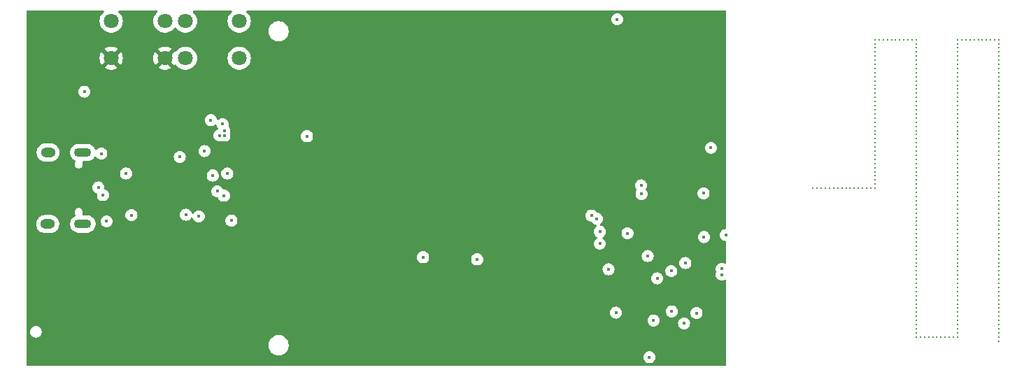
<source format=gbr>
%TF.GenerationSoftware,KiCad,Pcbnew,8.0.4*%
%TF.CreationDate,2024-08-17T13:27:17+02:00*%
%TF.ProjectId,letterboxsensor,6c657474-6572-4626-9f78-73656e736f72,rev?*%
%TF.SameCoordinates,Original*%
%TF.FileFunction,Copper,L2,Inr*%
%TF.FilePolarity,Positive*%
%FSLAX46Y46*%
G04 Gerber Fmt 4.6, Leading zero omitted, Abs format (unit mm)*
G04 Created by KiCad (PCBNEW 8.0.4) date 2024-08-17 13:27:17*
%MOMM*%
%LPD*%
G01*
G04 APERTURE LIST*
%TA.AperFunction,ComponentPad*%
%ADD10O,2.100000X1.100000*%
%TD*%
%TA.AperFunction,ComponentPad*%
%ADD11O,1.800000X1.200000*%
%TD*%
%TA.AperFunction,ComponentPad*%
%ADD12C,1.800000*%
%TD*%
%TA.AperFunction,ComponentPad*%
%ADD13C,0.300000*%
%TD*%
%TA.AperFunction,ViaPad*%
%ADD14C,0.450000*%
%TD*%
G04 APERTURE END LIST*
D10*
%TO.N,GND*%
%TO.C,U1*%
X78313049Y-60665989D03*
D11*
X74112948Y-60665989D03*
D10*
X78313049Y-69316002D03*
D11*
X74058947Y-69333985D03*
%TD*%
D12*
%TO.N,RESET*%
%TO.C,SW2*%
X90750064Y-44750064D03*
X97249936Y-44750064D03*
%TO.N,GND*%
X90750064Y-49249936D03*
X97249936Y-49249936D03*
%TD*%
D13*
%TO.N,Net-(AE1-A)*%
%TO.C,AE1*%
X189200000Y-47000000D03*
X188700000Y-47000000D03*
X188200000Y-47000000D03*
X187700000Y-47000000D03*
X187200000Y-47000000D03*
X186700000Y-47000000D03*
X186200000Y-47000000D03*
X185700000Y-47000000D03*
X185200000Y-47000000D03*
X184700000Y-47000000D03*
X184200000Y-47000000D03*
X179200000Y-47000000D03*
X178700000Y-47000000D03*
X178200000Y-47000000D03*
X177700000Y-47000000D03*
X177200000Y-47000000D03*
X176700000Y-47000000D03*
X176200000Y-47000000D03*
X175700000Y-47000000D03*
X175200000Y-47000000D03*
X174700000Y-47000000D03*
X174200000Y-47000000D03*
X189200000Y-47500000D03*
X184200000Y-47500000D03*
X179200000Y-47500000D03*
X174200000Y-47500000D03*
X189200000Y-48000000D03*
X184200000Y-48000000D03*
X179200000Y-48000000D03*
X174200000Y-48000000D03*
X189200000Y-48500000D03*
X184200000Y-48500000D03*
X179200000Y-48500000D03*
X174200000Y-48500000D03*
X189200000Y-49000000D03*
X184200000Y-49000000D03*
X179200000Y-49000000D03*
X174200000Y-49000000D03*
X189200000Y-49500000D03*
X184200000Y-49500000D03*
X179200000Y-49500000D03*
X174200000Y-49500000D03*
X189200000Y-50000000D03*
X184200000Y-50000000D03*
X179200000Y-50000000D03*
X174200000Y-50000000D03*
X189200000Y-50500000D03*
X184200000Y-50500000D03*
X179200000Y-50500000D03*
X174200000Y-50500000D03*
X189200000Y-51000000D03*
X184200000Y-51000000D03*
X179200000Y-51000000D03*
X174200000Y-51000000D03*
X189200000Y-51500000D03*
X184200000Y-51500000D03*
X179200000Y-51500000D03*
X174200000Y-51500000D03*
X189200000Y-52000000D03*
X184200000Y-52000000D03*
X179200000Y-52000000D03*
X174200000Y-52000000D03*
X189200000Y-52500000D03*
X184200000Y-52500000D03*
X179200000Y-52500000D03*
X174200000Y-52500000D03*
X189200000Y-53000000D03*
X184200000Y-53000000D03*
X179200000Y-53000000D03*
X174200000Y-53000000D03*
X189200000Y-53500000D03*
X184200000Y-53500000D03*
X179200000Y-53500000D03*
X174200000Y-53500000D03*
X189200000Y-54000000D03*
X184200000Y-54000000D03*
X179200000Y-54000000D03*
X174200000Y-54000000D03*
X189200000Y-54500000D03*
X184200000Y-54500000D03*
X179200000Y-54500000D03*
X174200000Y-54500000D03*
X189200000Y-55000000D03*
X184200000Y-55000000D03*
X179200000Y-55000000D03*
X174200000Y-55000000D03*
X189200000Y-55500000D03*
X184200000Y-55500000D03*
X179200000Y-55500000D03*
X174200000Y-55500000D03*
X189200000Y-56000000D03*
X184200000Y-56000000D03*
X179200000Y-56000000D03*
X174200000Y-56000000D03*
X189200000Y-56500000D03*
X184200000Y-56500000D03*
X179200000Y-56500000D03*
X174200000Y-56500000D03*
X189200000Y-57000000D03*
X184200000Y-57000000D03*
X179200000Y-57000000D03*
X174200000Y-57000000D03*
X189200000Y-57500000D03*
X184200000Y-57500000D03*
X179200000Y-57500000D03*
X174200000Y-57500000D03*
X189200000Y-58000000D03*
X184200000Y-58000000D03*
X179200000Y-58000000D03*
X174200000Y-58000000D03*
X189200000Y-58500000D03*
X184200000Y-58500000D03*
X179200000Y-58500000D03*
X174200000Y-58500000D03*
X189200000Y-59000000D03*
X184200000Y-59000000D03*
X179200000Y-59000000D03*
X174200000Y-59000000D03*
X189200000Y-59500000D03*
X184200000Y-59500000D03*
X179200000Y-59500000D03*
X174200000Y-59500000D03*
X189200000Y-60000000D03*
X184200000Y-60000000D03*
X179200000Y-60000000D03*
X174200000Y-60000000D03*
X189200000Y-60500000D03*
X184200000Y-60500000D03*
X179200000Y-60500000D03*
X174200000Y-60500000D03*
X189200000Y-61000000D03*
X184200000Y-61000000D03*
X179200000Y-61000000D03*
X174200000Y-61000000D03*
X189200000Y-61500000D03*
X184200000Y-61500000D03*
X179200000Y-61500000D03*
X174200000Y-61500000D03*
X189200000Y-62000000D03*
X184200000Y-62000000D03*
X179200000Y-62000000D03*
X174200000Y-62000000D03*
X189200000Y-62500000D03*
X184200000Y-62500000D03*
X179200000Y-62500000D03*
X174200000Y-62500000D03*
X189200000Y-63000000D03*
X184200000Y-63000000D03*
X179200000Y-63000000D03*
X174200000Y-63000000D03*
X189200000Y-63500000D03*
X184200000Y-63500000D03*
X179200000Y-63500000D03*
X174200000Y-63500000D03*
X189200000Y-64000000D03*
X184200000Y-64000000D03*
X179200000Y-64000000D03*
X174200000Y-64000000D03*
X189200000Y-64500000D03*
X184200000Y-64500000D03*
X179200000Y-64500000D03*
X174200000Y-64500000D03*
X189200000Y-65000000D03*
X184200000Y-65000000D03*
X179200000Y-65000000D03*
X174200000Y-65000000D03*
X173700000Y-65000000D03*
X173200000Y-65000000D03*
X172700000Y-65000000D03*
X172200000Y-65000000D03*
X171700000Y-65000000D03*
X171200000Y-65000000D03*
X170700000Y-65000000D03*
X170200000Y-65000000D03*
X169700000Y-65000000D03*
X169200000Y-65000000D03*
X168700000Y-65000000D03*
X168200000Y-65000000D03*
X167700000Y-65000000D03*
X167200000Y-65000000D03*
X166700000Y-65000000D03*
X189200000Y-65500000D03*
X184200000Y-65500000D03*
X179200000Y-65500000D03*
X189200000Y-66000000D03*
X184200000Y-66000000D03*
X179200000Y-66000000D03*
X189200000Y-66500000D03*
X184200000Y-66500000D03*
X179200000Y-66500000D03*
X189200000Y-67000000D03*
X184200000Y-67000000D03*
X179200000Y-67000000D03*
X189200000Y-67500000D03*
X184200000Y-67500000D03*
X179200000Y-67500000D03*
X189200000Y-68000000D03*
X184200000Y-68000000D03*
X179200000Y-68000000D03*
X189200000Y-68500000D03*
X184200000Y-68500000D03*
X179200000Y-68500000D03*
X189200000Y-69000000D03*
X184200000Y-69000000D03*
X179200000Y-69000000D03*
X189200000Y-69500000D03*
X184200000Y-69500000D03*
X179200000Y-69500000D03*
X189200000Y-70000000D03*
X184200000Y-70000000D03*
X179200000Y-70000000D03*
X189200000Y-70500000D03*
X184200000Y-70500000D03*
X179200000Y-70500000D03*
X189200000Y-71000000D03*
X184200000Y-71000000D03*
X179200000Y-71000000D03*
X189200000Y-71500000D03*
X184200000Y-71500000D03*
X179200000Y-71500000D03*
X189200000Y-72000000D03*
X184200000Y-72000000D03*
X179200000Y-72000000D03*
X189200000Y-72500000D03*
X184200000Y-72500000D03*
X179200000Y-72500000D03*
X189200000Y-73000000D03*
X184200000Y-73000000D03*
X179200000Y-73000000D03*
X189200000Y-73500000D03*
X184200000Y-73500000D03*
X179200000Y-73500000D03*
X189200000Y-74000000D03*
X184200000Y-74000000D03*
X179200000Y-74000000D03*
X189200000Y-74500000D03*
X184200000Y-74500000D03*
X179200000Y-74500000D03*
X189200000Y-75000000D03*
X184200000Y-75000000D03*
X179200000Y-75000000D03*
X189200000Y-75500000D03*
X184200000Y-75500000D03*
X179200000Y-75500000D03*
X189200000Y-76000000D03*
X184200000Y-76000000D03*
X179200000Y-76000000D03*
X189200000Y-76500000D03*
X184200000Y-76500000D03*
X179200000Y-76500000D03*
X189200000Y-77000000D03*
X184200000Y-77000000D03*
X179200000Y-77000000D03*
X189200000Y-77500000D03*
X184200000Y-77500000D03*
X179200000Y-77500000D03*
X189200000Y-78000000D03*
X184200000Y-78000000D03*
X179200000Y-78000000D03*
X189200000Y-78500000D03*
X184200000Y-78500000D03*
X179200000Y-78500000D03*
X189200000Y-79000000D03*
X184200000Y-79000000D03*
X179200000Y-79000000D03*
X189200000Y-79500000D03*
X184200000Y-79500000D03*
X179200000Y-79500000D03*
X189200000Y-80000000D03*
X184200000Y-80000000D03*
X179200000Y-80000000D03*
X189200000Y-80500000D03*
X184200000Y-80500000D03*
X179200000Y-80500000D03*
X189200000Y-81000000D03*
X184200000Y-81000000D03*
X179200000Y-81000000D03*
X189200000Y-81500000D03*
X184200000Y-81500000D03*
X179200000Y-81500000D03*
X189200000Y-82000000D03*
X184200000Y-82000000D03*
X179200000Y-82000000D03*
X189200000Y-82500000D03*
X184200000Y-82500000D03*
X179200000Y-82500000D03*
X189200000Y-83000000D03*
X184200000Y-83000000D03*
X183700000Y-83000000D03*
X183200000Y-83000000D03*
X182700000Y-83000000D03*
X182200000Y-83000000D03*
X181700000Y-83000000D03*
X181200000Y-83000000D03*
X180700000Y-83000000D03*
X180200000Y-83000000D03*
X179700000Y-83000000D03*
X179200000Y-83000000D03*
X189200000Y-83500000D03*
%TD*%
D12*
%TO.N,BOOT*%
%TO.C,SW1*%
X81750064Y-44750064D03*
X88249936Y-44750064D03*
%TO.N,+3V3*%
X81750064Y-49249936D03*
X88249936Y-49249936D03*
%TD*%
D14*
%TO.N,+3V3*%
X139650000Y-85000000D03*
X122650000Y-63800000D03*
X149600000Y-54500000D03*
%TO.N,GND*%
X84200000Y-68250000D03*
X80550000Y-60800000D03*
X81200000Y-69000000D03*
X105450000Y-58700000D03*
X126050000Y-73600000D03*
X78500000Y-53300000D03*
X143000000Y-44550000D03*
X119500000Y-73350000D03*
X90050000Y-61200000D03*
X145950000Y-65700000D03*
X141950000Y-74800000D03*
X93050000Y-60500000D03*
X146900000Y-85450000D03*
X83550000Y-63200000D03*
X153450000Y-65600000D03*
X152600000Y-80100000D03*
X145900000Y-64650000D03*
X154350000Y-60100000D03*
X95400000Y-65900000D03*
%TO.N,CBUS1*%
X94050000Y-63450000D03*
X90800000Y-68200000D03*
%TO.N,ADC3*%
X149600000Y-79900000D03*
X142850000Y-80050000D03*
%TO.N,3V3USB*%
X94600000Y-65350000D03*
X95800000Y-63200000D03*
%TO.N,GPIO1*%
X94850000Y-58600000D03*
X151250000Y-74050000D03*
%TO.N,ADC2*%
X153500000Y-70900000D03*
X95450501Y-58612895D03*
%TO.N,DP*%
X80200000Y-64900000D03*
X80750000Y-65816046D03*
%TO.N,BOOT*%
X139900000Y-68300000D03*
X95231409Y-57218591D03*
%TO.N,RESET*%
X140900000Y-70250000D03*
X93800000Y-56750000D03*
X140900000Y-71700000D03*
X140550000Y-68700000D03*
%TO.N,GPIO4*%
X144250000Y-70450000D03*
X147400000Y-81000000D03*
X146700000Y-73200000D03*
X151100000Y-81350000D03*
%TO.N,GPIO2*%
X156150000Y-70650000D03*
X95437606Y-58012394D03*
%TO.N,TX*%
X147850000Y-75900000D03*
X96300000Y-68900000D03*
X149550000Y-75000000D03*
X155650000Y-74750000D03*
%TO.N,RX*%
X155650000Y-75450000D03*
X92350000Y-68400000D03*
%TD*%
%TA.AperFunction,Conductor*%
%TO.N,+3V3*%
G36*
X80819732Y-43490185D02*
G01*
X80865487Y-43542989D01*
X80875431Y-43612147D01*
X80846406Y-43675703D01*
X80828855Y-43692354D01*
X80798281Y-43716150D01*
X80641080Y-43886916D01*
X80514139Y-44081215D01*
X80420906Y-44293763D01*
X80363930Y-44518755D01*
X80363928Y-44518766D01*
X80344764Y-44750057D01*
X80344764Y-44750070D01*
X80363928Y-44981361D01*
X80363930Y-44981372D01*
X80420906Y-45206364D01*
X80514139Y-45418912D01*
X80641080Y-45613211D01*
X80641083Y-45613215D01*
X80641085Y-45613217D01*
X80798280Y-45783977D01*
X80798283Y-45783979D01*
X80798286Y-45783982D01*
X80981429Y-45926528D01*
X80981435Y-45926532D01*
X80981438Y-45926534D01*
X81185561Y-46037000D01*
X81299551Y-46076132D01*
X81405079Y-46112361D01*
X81405081Y-46112361D01*
X81405083Y-46112362D01*
X81634015Y-46150564D01*
X81634016Y-46150564D01*
X81866112Y-46150564D01*
X81866113Y-46150564D01*
X82095045Y-46112362D01*
X82314567Y-46037000D01*
X82518690Y-45926534D01*
X82548421Y-45903394D01*
X82580193Y-45878664D01*
X82701848Y-45783977D01*
X82859043Y-45613217D01*
X82985988Y-45418913D01*
X83079221Y-45206364D01*
X83136198Y-44981369D01*
X83138785Y-44950147D01*
X83155364Y-44750070D01*
X83155364Y-44750057D01*
X83136199Y-44518766D01*
X83136197Y-44518755D01*
X83079221Y-44293763D01*
X82985988Y-44081215D01*
X82859047Y-43886916D01*
X82859044Y-43886913D01*
X82859043Y-43886911D01*
X82701848Y-43716151D01*
X82671272Y-43692353D01*
X82630460Y-43635643D01*
X82626785Y-43565870D01*
X82661416Y-43505187D01*
X82723358Y-43472860D01*
X82747435Y-43470500D01*
X87252565Y-43470500D01*
X87319604Y-43490185D01*
X87365359Y-43542989D01*
X87375303Y-43612147D01*
X87346278Y-43675703D01*
X87328727Y-43692354D01*
X87298153Y-43716150D01*
X87140952Y-43886916D01*
X87014011Y-44081215D01*
X86920778Y-44293763D01*
X86863802Y-44518755D01*
X86863800Y-44518766D01*
X86844636Y-44750057D01*
X86844636Y-44750070D01*
X86863800Y-44981361D01*
X86863802Y-44981372D01*
X86920778Y-45206364D01*
X87014011Y-45418912D01*
X87140952Y-45613211D01*
X87140955Y-45613215D01*
X87140957Y-45613217D01*
X87298152Y-45783977D01*
X87298155Y-45783979D01*
X87298158Y-45783982D01*
X87481301Y-45926528D01*
X87481307Y-45926532D01*
X87481310Y-45926534D01*
X87685433Y-46037000D01*
X87799423Y-46076132D01*
X87904951Y-46112361D01*
X87904953Y-46112361D01*
X87904955Y-46112362D01*
X88133887Y-46150564D01*
X88133888Y-46150564D01*
X88365984Y-46150564D01*
X88365985Y-46150564D01*
X88594917Y-46112362D01*
X88814439Y-46037000D01*
X89018562Y-45926534D01*
X89048293Y-45903394D01*
X89080065Y-45878664D01*
X89201720Y-45783977D01*
X89358915Y-45613217D01*
X89396191Y-45556162D01*
X89449337Y-45510805D01*
X89518569Y-45501381D01*
X89581904Y-45530883D01*
X89603809Y-45556162D01*
X89641080Y-45613211D01*
X89641083Y-45613215D01*
X89641085Y-45613217D01*
X89798280Y-45783977D01*
X89798283Y-45783979D01*
X89798286Y-45783982D01*
X89981429Y-45926528D01*
X89981435Y-45926532D01*
X89981438Y-45926534D01*
X90185561Y-46037000D01*
X90299551Y-46076132D01*
X90405079Y-46112361D01*
X90405081Y-46112361D01*
X90405083Y-46112362D01*
X90634015Y-46150564D01*
X90634016Y-46150564D01*
X90866112Y-46150564D01*
X90866113Y-46150564D01*
X91095045Y-46112362D01*
X91314567Y-46037000D01*
X91518690Y-45926534D01*
X91548421Y-45903394D01*
X91580193Y-45878664D01*
X91701848Y-45783977D01*
X91859043Y-45613217D01*
X91985988Y-45418913D01*
X92079221Y-45206364D01*
X92136198Y-44981369D01*
X92138785Y-44950147D01*
X92155364Y-44750070D01*
X92155364Y-44750057D01*
X92136199Y-44518766D01*
X92136197Y-44518755D01*
X92079221Y-44293763D01*
X91985988Y-44081215D01*
X91859047Y-43886916D01*
X91859044Y-43886913D01*
X91859043Y-43886911D01*
X91701848Y-43716151D01*
X91671272Y-43692353D01*
X91630460Y-43635643D01*
X91626785Y-43565870D01*
X91661416Y-43505187D01*
X91723358Y-43472860D01*
X91747435Y-43470500D01*
X96252565Y-43470500D01*
X96319604Y-43490185D01*
X96365359Y-43542989D01*
X96375303Y-43612147D01*
X96346278Y-43675703D01*
X96328727Y-43692354D01*
X96298153Y-43716150D01*
X96140952Y-43886916D01*
X96014011Y-44081215D01*
X95920778Y-44293763D01*
X95863802Y-44518755D01*
X95863800Y-44518766D01*
X95844636Y-44750057D01*
X95844636Y-44750070D01*
X95863800Y-44981361D01*
X95863802Y-44981372D01*
X95920778Y-45206364D01*
X96014011Y-45418912D01*
X96140952Y-45613211D01*
X96140955Y-45613215D01*
X96140957Y-45613217D01*
X96298152Y-45783977D01*
X96298155Y-45783979D01*
X96298158Y-45783982D01*
X96481301Y-45926528D01*
X96481307Y-45926532D01*
X96481310Y-45926534D01*
X96685433Y-46037000D01*
X96799423Y-46076132D01*
X96904951Y-46112361D01*
X96904953Y-46112361D01*
X96904955Y-46112362D01*
X97133887Y-46150564D01*
X97133888Y-46150564D01*
X97365984Y-46150564D01*
X97365985Y-46150564D01*
X97594917Y-46112362D01*
X97814439Y-46037000D01*
X98018562Y-45926534D01*
X98048293Y-45903394D01*
X98048301Y-45903388D01*
X100772500Y-45903388D01*
X100772500Y-46096611D01*
X100802725Y-46287441D01*
X100862429Y-46471194D01*
X100950147Y-46643349D01*
X101063715Y-46799663D01*
X101200336Y-46936284D01*
X101356650Y-47049852D01*
X101528805Y-47137570D01*
X101620681Y-47167422D01*
X101712560Y-47197275D01*
X101800943Y-47211273D01*
X101903389Y-47227500D01*
X101903394Y-47227500D01*
X102096611Y-47227500D01*
X102189123Y-47212846D01*
X102287440Y-47197275D01*
X102471197Y-47137569D01*
X102643350Y-47049852D01*
X102799663Y-46936285D01*
X102936285Y-46799663D01*
X103049852Y-46643350D01*
X103137569Y-46471197D01*
X103197275Y-46287440D01*
X103225005Y-46112361D01*
X103227500Y-46096611D01*
X103227500Y-45903388D01*
X103208586Y-45783977D01*
X103197275Y-45712560D01*
X103164995Y-45613211D01*
X103137570Y-45528805D01*
X103049852Y-45356650D01*
X102994229Y-45280091D01*
X102936285Y-45200337D01*
X102799663Y-45063715D01*
X102686327Y-44981372D01*
X102643349Y-44950147D01*
X102471194Y-44862429D01*
X102287441Y-44802725D01*
X102096611Y-44772500D01*
X102096606Y-44772500D01*
X101903394Y-44772500D01*
X101903389Y-44772500D01*
X101712558Y-44802725D01*
X101528805Y-44862429D01*
X101356650Y-44950147D01*
X101200336Y-45063715D01*
X101063715Y-45200336D01*
X100950147Y-45356650D01*
X100862429Y-45528805D01*
X100802725Y-45712558D01*
X100772500Y-45903388D01*
X98048301Y-45903388D01*
X98080065Y-45878664D01*
X98201720Y-45783977D01*
X98358915Y-45613217D01*
X98485860Y-45418913D01*
X98579093Y-45206364D01*
X98636070Y-44981369D01*
X98638657Y-44950147D01*
X98655236Y-44750070D01*
X98655236Y-44750057D01*
X98638659Y-44549996D01*
X142269909Y-44549996D01*
X142269909Y-44550003D01*
X142288212Y-44712455D01*
X142342210Y-44866774D01*
X142342211Y-44866775D01*
X142429192Y-45005204D01*
X142544796Y-45120808D01*
X142683225Y-45207789D01*
X142837539Y-45261786D01*
X142837542Y-45261786D01*
X142837544Y-45261787D01*
X142999996Y-45280091D01*
X143000000Y-45280091D01*
X143000004Y-45280091D01*
X143162455Y-45261787D01*
X143162456Y-45261786D01*
X143162461Y-45261786D01*
X143316775Y-45207789D01*
X143455204Y-45120808D01*
X143570808Y-45005204D01*
X143657789Y-44866775D01*
X143711786Y-44712461D01*
X143730091Y-44550000D01*
X143711786Y-44387539D01*
X143657789Y-44233225D01*
X143570808Y-44094796D01*
X143455204Y-43979192D01*
X143439372Y-43969244D01*
X143316774Y-43892210D01*
X143162455Y-43838212D01*
X143000004Y-43819909D01*
X142999996Y-43819909D01*
X142837544Y-43838212D01*
X142683225Y-43892210D01*
X142544795Y-43979192D01*
X142429192Y-44094795D01*
X142342210Y-44233225D01*
X142288212Y-44387544D01*
X142269909Y-44549996D01*
X98638659Y-44549996D01*
X98636071Y-44518766D01*
X98636069Y-44518755D01*
X98579093Y-44293763D01*
X98485860Y-44081215D01*
X98358919Y-43886916D01*
X98358916Y-43886913D01*
X98358915Y-43886911D01*
X98201720Y-43716151D01*
X98171144Y-43692353D01*
X98130332Y-43635643D01*
X98126657Y-43565870D01*
X98161288Y-43505187D01*
X98223230Y-43472860D01*
X98247307Y-43470500D01*
X156076000Y-43470500D01*
X156143039Y-43490185D01*
X156188794Y-43542989D01*
X156200000Y-43594500D01*
X156200000Y-69803462D01*
X156180315Y-69870501D01*
X156127511Y-69916256D01*
X156089883Y-69926682D01*
X155987544Y-69938212D01*
X155833225Y-69992210D01*
X155694795Y-70079192D01*
X155579192Y-70194795D01*
X155492210Y-70333225D01*
X155438212Y-70487544D01*
X155419909Y-70649996D01*
X155419909Y-70650003D01*
X155438212Y-70812455D01*
X155492210Y-70966774D01*
X155526162Y-71020808D01*
X155579192Y-71105204D01*
X155694796Y-71220808D01*
X155833225Y-71307789D01*
X155987539Y-71361786D01*
X155987543Y-71361786D01*
X155987545Y-71361787D01*
X156039607Y-71367652D01*
X156089883Y-71373317D01*
X156154297Y-71400383D01*
X156193852Y-71457977D01*
X156200000Y-71496537D01*
X156200000Y-74014394D01*
X156180315Y-74081433D01*
X156127511Y-74127188D01*
X156058353Y-74137132D01*
X156010029Y-74119388D01*
X155966777Y-74092211D01*
X155812455Y-74038212D01*
X155650004Y-74019909D01*
X155649996Y-74019909D01*
X155487544Y-74038212D01*
X155333225Y-74092210D01*
X155194795Y-74179192D01*
X155079192Y-74294795D01*
X154992210Y-74433225D01*
X154938212Y-74587544D01*
X154919909Y-74749996D01*
X154919909Y-74750003D01*
X154938212Y-74912455D01*
X154989506Y-75059046D01*
X154993067Y-75128825D01*
X154989506Y-75140954D01*
X154938212Y-75287544D01*
X154919909Y-75449996D01*
X154919909Y-75450003D01*
X154938212Y-75612455D01*
X154992210Y-75766774D01*
X154992211Y-75766775D01*
X155079192Y-75905204D01*
X155194796Y-76020808D01*
X155333225Y-76107789D01*
X155487539Y-76161786D01*
X155487542Y-76161786D01*
X155487544Y-76161787D01*
X155649996Y-76180091D01*
X155650000Y-76180091D01*
X155650004Y-76180091D01*
X155812455Y-76161787D01*
X155812456Y-76161786D01*
X155812461Y-76161786D01*
X155966775Y-76107789D01*
X156010027Y-76080612D01*
X156077264Y-76061611D01*
X156144099Y-76081978D01*
X156189313Y-76135246D01*
X156200000Y-76185605D01*
X156200000Y-86405500D01*
X156180315Y-86472539D01*
X156127511Y-86518294D01*
X156076000Y-86529500D01*
X71594500Y-86529500D01*
X71527461Y-86509815D01*
X71481706Y-86457011D01*
X71470500Y-86405500D01*
X71470500Y-85449996D01*
X146169909Y-85449996D01*
X146169909Y-85450003D01*
X146188212Y-85612455D01*
X146242210Y-85766774D01*
X146242211Y-85766775D01*
X146329192Y-85905204D01*
X146444796Y-86020808D01*
X146583225Y-86107789D01*
X146737539Y-86161786D01*
X146737542Y-86161786D01*
X146737544Y-86161787D01*
X146899996Y-86180091D01*
X146900000Y-86180091D01*
X146900004Y-86180091D01*
X147062455Y-86161787D01*
X147062456Y-86161786D01*
X147062461Y-86161786D01*
X147216775Y-86107789D01*
X147355204Y-86020808D01*
X147470808Y-85905204D01*
X147557789Y-85766775D01*
X147611786Y-85612461D01*
X147630091Y-85450000D01*
X147611786Y-85287539D01*
X147557789Y-85133225D01*
X147470808Y-84994796D01*
X147355204Y-84879192D01*
X147228635Y-84799663D01*
X147216774Y-84792210D01*
X147062455Y-84738212D01*
X146900004Y-84719909D01*
X146899996Y-84719909D01*
X146737544Y-84738212D01*
X146583225Y-84792210D01*
X146444795Y-84879192D01*
X146329192Y-84994795D01*
X146242210Y-85133225D01*
X146188212Y-85287544D01*
X146169909Y-85449996D01*
X71470500Y-85449996D01*
X71470500Y-83903388D01*
X100772500Y-83903388D01*
X100772500Y-84096611D01*
X100802725Y-84287441D01*
X100862429Y-84471194D01*
X100862431Y-84471197D01*
X100950148Y-84643350D01*
X101063715Y-84799663D01*
X101200337Y-84936285D01*
X101356650Y-85049852D01*
X101520277Y-85133225D01*
X101528805Y-85137570D01*
X101620681Y-85167422D01*
X101712560Y-85197275D01*
X101800943Y-85211273D01*
X101903389Y-85227500D01*
X101903394Y-85227500D01*
X102096611Y-85227500D01*
X102189123Y-85212846D01*
X102287440Y-85197275D01*
X102471197Y-85137569D01*
X102643350Y-85049852D01*
X102799663Y-84936285D01*
X102936285Y-84799663D01*
X103049852Y-84643350D01*
X103137569Y-84471197D01*
X103197275Y-84287440D01*
X103212846Y-84189123D01*
X103227500Y-84096611D01*
X103227500Y-83903388D01*
X103209916Y-83792373D01*
X103197275Y-83712560D01*
X103137569Y-83528803D01*
X103049852Y-83356650D01*
X102936285Y-83200337D01*
X102799663Y-83063715D01*
X102643350Y-82950148D01*
X102643351Y-82950148D01*
X102643349Y-82950147D01*
X102471194Y-82862429D01*
X102287441Y-82802725D01*
X102096611Y-82772500D01*
X102096606Y-82772500D01*
X101903394Y-82772500D01*
X101903389Y-82772500D01*
X101712558Y-82802725D01*
X101528805Y-82862429D01*
X101356650Y-82950147D01*
X101200336Y-83063715D01*
X101063715Y-83200336D01*
X100950147Y-83356650D01*
X100862429Y-83528805D01*
X100802725Y-83712558D01*
X100772500Y-83903388D01*
X71470500Y-83903388D01*
X71470500Y-82310706D01*
X71946500Y-82310706D01*
X71946500Y-82449293D01*
X71973533Y-82585195D01*
X71973536Y-82585207D01*
X72026562Y-82713225D01*
X72026569Y-82713238D01*
X72103555Y-82828454D01*
X72103558Y-82828458D01*
X72201541Y-82926441D01*
X72201545Y-82926444D01*
X72316761Y-83003430D01*
X72316774Y-83003437D01*
X72444792Y-83056463D01*
X72444797Y-83056465D01*
X72580706Y-83083499D01*
X72580709Y-83083500D01*
X72580711Y-83083500D01*
X72719291Y-83083500D01*
X72719292Y-83083499D01*
X72855203Y-83056465D01*
X72983232Y-83003434D01*
X73098455Y-82926444D01*
X73196444Y-82828455D01*
X73273434Y-82713232D01*
X73326465Y-82585203D01*
X73353500Y-82449289D01*
X73353500Y-82310711D01*
X73353500Y-82310708D01*
X73353499Y-82310706D01*
X73326466Y-82174804D01*
X73326465Y-82174797D01*
X73279655Y-82061786D01*
X73273437Y-82046774D01*
X73273430Y-82046761D01*
X73196444Y-81931545D01*
X73196441Y-81931541D01*
X73098458Y-81833558D01*
X73098454Y-81833555D01*
X72983238Y-81756569D01*
X72983225Y-81756562D01*
X72855207Y-81703536D01*
X72855195Y-81703533D01*
X72719292Y-81676500D01*
X72719289Y-81676500D01*
X72580711Y-81676500D01*
X72580708Y-81676500D01*
X72444804Y-81703533D01*
X72444792Y-81703536D01*
X72316774Y-81756562D01*
X72316761Y-81756569D01*
X72201545Y-81833555D01*
X72201541Y-81833558D01*
X72103558Y-81931541D01*
X72103555Y-81931545D01*
X72026569Y-82046761D01*
X72026562Y-82046774D01*
X71973536Y-82174792D01*
X71973533Y-82174804D01*
X71946500Y-82310706D01*
X71470500Y-82310706D01*
X71470500Y-80999996D01*
X146669909Y-80999996D01*
X146669909Y-81000003D01*
X146688212Y-81162455D01*
X146742210Y-81316774D01*
X146829192Y-81455204D01*
X146944796Y-81570808D01*
X147083225Y-81657789D01*
X147237539Y-81711786D01*
X147237542Y-81711786D01*
X147237544Y-81711787D01*
X147399996Y-81730091D01*
X147400000Y-81730091D01*
X147400004Y-81730091D01*
X147562455Y-81711787D01*
X147562456Y-81711786D01*
X147562461Y-81711786D01*
X147716775Y-81657789D01*
X147855204Y-81570808D01*
X147970808Y-81455204D01*
X148036915Y-81349996D01*
X150369909Y-81349996D01*
X150369909Y-81350003D01*
X150388212Y-81512455D01*
X150442210Y-81666774D01*
X150529192Y-81805204D01*
X150644796Y-81920808D01*
X150783225Y-82007789D01*
X150937539Y-82061786D01*
X150937542Y-82061786D01*
X150937544Y-82061787D01*
X151099996Y-82080091D01*
X151100000Y-82080091D01*
X151100004Y-82080091D01*
X151262455Y-82061787D01*
X151262456Y-82061786D01*
X151262461Y-82061786D01*
X151416775Y-82007789D01*
X151555204Y-81920808D01*
X151670808Y-81805204D01*
X151757789Y-81666775D01*
X151811786Y-81512461D01*
X151811787Y-81512455D01*
X151830091Y-81350003D01*
X151830091Y-81349996D01*
X151811787Y-81187544D01*
X151811786Y-81187542D01*
X151811786Y-81187539D01*
X151757789Y-81033225D01*
X151670808Y-80894796D01*
X151555204Y-80779192D01*
X151527503Y-80761786D01*
X151416774Y-80692210D01*
X151262455Y-80638212D01*
X151100004Y-80619909D01*
X151099996Y-80619909D01*
X150937544Y-80638212D01*
X150783225Y-80692210D01*
X150644795Y-80779192D01*
X150529192Y-80894795D01*
X150442210Y-81033225D01*
X150388212Y-81187544D01*
X150369909Y-81349996D01*
X148036915Y-81349996D01*
X148057789Y-81316775D01*
X148111786Y-81162461D01*
X148111787Y-81162455D01*
X148130091Y-81000003D01*
X148130091Y-80999996D01*
X148111787Y-80837544D01*
X148111786Y-80837542D01*
X148111786Y-80837539D01*
X148057789Y-80683225D01*
X147970808Y-80544796D01*
X147855204Y-80429192D01*
X147835441Y-80416774D01*
X147716774Y-80342210D01*
X147562455Y-80288212D01*
X147400004Y-80269909D01*
X147399996Y-80269909D01*
X147237544Y-80288212D01*
X147083225Y-80342210D01*
X146944795Y-80429192D01*
X146829192Y-80544795D01*
X146742210Y-80683225D01*
X146688212Y-80837544D01*
X146669909Y-80999996D01*
X71470500Y-80999996D01*
X71470500Y-80049996D01*
X142119909Y-80049996D01*
X142119909Y-80050003D01*
X142138212Y-80212455D01*
X142192210Y-80366774D01*
X142223628Y-80416775D01*
X142279192Y-80505204D01*
X142394796Y-80620808D01*
X142533225Y-80707789D01*
X142687539Y-80761786D01*
X142687542Y-80761786D01*
X142687544Y-80761787D01*
X142849996Y-80780091D01*
X142850000Y-80780091D01*
X142850004Y-80780091D01*
X143012455Y-80761787D01*
X143012456Y-80761786D01*
X143012461Y-80761786D01*
X143166775Y-80707789D01*
X143305204Y-80620808D01*
X143420808Y-80505204D01*
X143507789Y-80366775D01*
X143561786Y-80212461D01*
X143574457Y-80100003D01*
X143580091Y-80050003D01*
X143580091Y-80049996D01*
X143563190Y-79899996D01*
X148869909Y-79899996D01*
X148869909Y-79900003D01*
X148888212Y-80062455D01*
X148942210Y-80216774D01*
X148975597Y-80269909D01*
X149029192Y-80355204D01*
X149144796Y-80470808D01*
X149283225Y-80557789D01*
X149437539Y-80611786D01*
X149437542Y-80611786D01*
X149437544Y-80611787D01*
X149599996Y-80630091D01*
X149600000Y-80630091D01*
X149600004Y-80630091D01*
X149762455Y-80611787D01*
X149762456Y-80611786D01*
X149762461Y-80611786D01*
X149916775Y-80557789D01*
X150055204Y-80470808D01*
X150170808Y-80355204D01*
X150257789Y-80216775D01*
X150298652Y-80099996D01*
X151869909Y-80099996D01*
X151869909Y-80100003D01*
X151888212Y-80262455D01*
X151942210Y-80416774D01*
X151976162Y-80470808D01*
X152029192Y-80555204D01*
X152144796Y-80670808D01*
X152283225Y-80757789D01*
X152437539Y-80811786D01*
X152437542Y-80811786D01*
X152437544Y-80811787D01*
X152599996Y-80830091D01*
X152600000Y-80830091D01*
X152600004Y-80830091D01*
X152762455Y-80811787D01*
X152762456Y-80811786D01*
X152762461Y-80811786D01*
X152916775Y-80757789D01*
X153055204Y-80670808D01*
X153170808Y-80555204D01*
X153257789Y-80416775D01*
X153311786Y-80262461D01*
X153317420Y-80212461D01*
X153330091Y-80100003D01*
X153330091Y-80099996D01*
X153311787Y-79937544D01*
X153311786Y-79937542D01*
X153311786Y-79937539D01*
X153257789Y-79783225D01*
X153170808Y-79644796D01*
X153055204Y-79529192D01*
X152975630Y-79479192D01*
X152916774Y-79442210D01*
X152762455Y-79388212D01*
X152600004Y-79369909D01*
X152599996Y-79369909D01*
X152437544Y-79388212D01*
X152283225Y-79442210D01*
X152144795Y-79529192D01*
X152029192Y-79644795D01*
X151942210Y-79783225D01*
X151888212Y-79937544D01*
X151869909Y-80099996D01*
X150298652Y-80099996D01*
X150311786Y-80062461D01*
X150313190Y-80050000D01*
X150330091Y-79900003D01*
X150330091Y-79899996D01*
X150311787Y-79737544D01*
X150311786Y-79737542D01*
X150311786Y-79737539D01*
X150257789Y-79583225D01*
X150170808Y-79444796D01*
X150055204Y-79329192D01*
X150040430Y-79319909D01*
X149916774Y-79242210D01*
X149762455Y-79188212D01*
X149600004Y-79169909D01*
X149599996Y-79169909D01*
X149437544Y-79188212D01*
X149283225Y-79242210D01*
X149144795Y-79329192D01*
X149029192Y-79444795D01*
X148942210Y-79583225D01*
X148888212Y-79737544D01*
X148869909Y-79899996D01*
X143563190Y-79899996D01*
X143561787Y-79887544D01*
X143561786Y-79887542D01*
X143561786Y-79887539D01*
X143507789Y-79733225D01*
X143420808Y-79594796D01*
X143305204Y-79479192D01*
X143250462Y-79444795D01*
X143166774Y-79392210D01*
X143012455Y-79338212D01*
X142850004Y-79319909D01*
X142849996Y-79319909D01*
X142687544Y-79338212D01*
X142533225Y-79392210D01*
X142394795Y-79479192D01*
X142279192Y-79594795D01*
X142192210Y-79733225D01*
X142138212Y-79887544D01*
X142119909Y-80049996D01*
X71470500Y-80049996D01*
X71470500Y-75899996D01*
X147119909Y-75899996D01*
X147119909Y-75900003D01*
X147138212Y-76062455D01*
X147192210Y-76216774D01*
X147192211Y-76216775D01*
X147279192Y-76355204D01*
X147394796Y-76470808D01*
X147533225Y-76557789D01*
X147687539Y-76611786D01*
X147687542Y-76611786D01*
X147687544Y-76611787D01*
X147849996Y-76630091D01*
X147850000Y-76630091D01*
X147850004Y-76630091D01*
X148012455Y-76611787D01*
X148012456Y-76611786D01*
X148012461Y-76611786D01*
X148166775Y-76557789D01*
X148305204Y-76470808D01*
X148420808Y-76355204D01*
X148507789Y-76216775D01*
X148561786Y-76062461D01*
X148561882Y-76061611D01*
X148580091Y-75900003D01*
X148580091Y-75899996D01*
X148561787Y-75737544D01*
X148561786Y-75737542D01*
X148561786Y-75737539D01*
X148507789Y-75583225D01*
X148420808Y-75444796D01*
X148305204Y-75329192D01*
X148238914Y-75287539D01*
X148166774Y-75242210D01*
X148012455Y-75188212D01*
X147850004Y-75169909D01*
X147849996Y-75169909D01*
X147687544Y-75188212D01*
X147533225Y-75242210D01*
X147394795Y-75329192D01*
X147279192Y-75444795D01*
X147192210Y-75583225D01*
X147138212Y-75737544D01*
X147119909Y-75899996D01*
X71470500Y-75899996D01*
X71470500Y-74799996D01*
X141219909Y-74799996D01*
X141219909Y-74800003D01*
X141238212Y-74962455D01*
X141292210Y-75116774D01*
X141325597Y-75169909D01*
X141379192Y-75255204D01*
X141494796Y-75370808D01*
X141633225Y-75457789D01*
X141787539Y-75511786D01*
X141787542Y-75511786D01*
X141787544Y-75511787D01*
X141949996Y-75530091D01*
X141950000Y-75530091D01*
X141950004Y-75530091D01*
X142112455Y-75511787D01*
X142112456Y-75511786D01*
X142112461Y-75511786D01*
X142266775Y-75457789D01*
X142405204Y-75370808D01*
X142520808Y-75255204D01*
X142607789Y-75116775D01*
X142648652Y-74999996D01*
X148819909Y-74999996D01*
X148819909Y-75000003D01*
X148838212Y-75162455D01*
X148892210Y-75316774D01*
X148926162Y-75370808D01*
X148979192Y-75455204D01*
X149094796Y-75570808D01*
X149233225Y-75657789D01*
X149387539Y-75711786D01*
X149387542Y-75711786D01*
X149387544Y-75711787D01*
X149549996Y-75730091D01*
X149550000Y-75730091D01*
X149550004Y-75730091D01*
X149712455Y-75711787D01*
X149712456Y-75711786D01*
X149712461Y-75711786D01*
X149866775Y-75657789D01*
X150005204Y-75570808D01*
X150120808Y-75455204D01*
X150207789Y-75316775D01*
X150261786Y-75162461D01*
X150261787Y-75162455D01*
X150280091Y-75000003D01*
X150280091Y-74999996D01*
X150261787Y-74837544D01*
X150261786Y-74837542D01*
X150261786Y-74837539D01*
X150207789Y-74683225D01*
X150120808Y-74544796D01*
X150005204Y-74429192D01*
X149866774Y-74342210D01*
X149712455Y-74288212D01*
X149550004Y-74269909D01*
X149549996Y-74269909D01*
X149387544Y-74288212D01*
X149233225Y-74342210D01*
X149094795Y-74429192D01*
X148979192Y-74544795D01*
X148892210Y-74683225D01*
X148838212Y-74837544D01*
X148819909Y-74999996D01*
X142648652Y-74999996D01*
X142661786Y-74962461D01*
X142667420Y-74912461D01*
X142680091Y-74800003D01*
X142680091Y-74799996D01*
X142661787Y-74637544D01*
X142661786Y-74637542D01*
X142661786Y-74637539D01*
X142607789Y-74483225D01*
X142520808Y-74344796D01*
X142405204Y-74229192D01*
X142312287Y-74170808D01*
X142266774Y-74142210D01*
X142112455Y-74088212D01*
X141950004Y-74069909D01*
X141949996Y-74069909D01*
X141787544Y-74088212D01*
X141633225Y-74142210D01*
X141494795Y-74229192D01*
X141379192Y-74344795D01*
X141292210Y-74483225D01*
X141238212Y-74637544D01*
X141219909Y-74799996D01*
X71470500Y-74799996D01*
X71470500Y-73349996D01*
X118769909Y-73349996D01*
X118769909Y-73350003D01*
X118788212Y-73512455D01*
X118842210Y-73666774D01*
X118842211Y-73666775D01*
X118929192Y-73805204D01*
X119044796Y-73920808D01*
X119183225Y-74007789D01*
X119337539Y-74061786D01*
X119337542Y-74061786D01*
X119337544Y-74061787D01*
X119499996Y-74080091D01*
X119500000Y-74080091D01*
X119500004Y-74080091D01*
X119662455Y-74061787D01*
X119662456Y-74061786D01*
X119662461Y-74061786D01*
X119816775Y-74007789D01*
X119955204Y-73920808D01*
X120070808Y-73805204D01*
X120157789Y-73666775D01*
X120181156Y-73599996D01*
X125319909Y-73599996D01*
X125319909Y-73600003D01*
X125338212Y-73762455D01*
X125392210Y-73916774D01*
X125392211Y-73916775D01*
X125479192Y-74055204D01*
X125594796Y-74170808D01*
X125733225Y-74257789D01*
X125887539Y-74311786D01*
X125887542Y-74311786D01*
X125887544Y-74311787D01*
X126049996Y-74330091D01*
X126050000Y-74330091D01*
X126050004Y-74330091D01*
X126212455Y-74311787D01*
X126212456Y-74311786D01*
X126212461Y-74311786D01*
X126366775Y-74257789D01*
X126505204Y-74170808D01*
X126620808Y-74055204D01*
X126624080Y-74049996D01*
X150519909Y-74049996D01*
X150519909Y-74050003D01*
X150538212Y-74212455D01*
X150592210Y-74366774D01*
X150592211Y-74366775D01*
X150679192Y-74505204D01*
X150794796Y-74620808D01*
X150933225Y-74707789D01*
X151087539Y-74761786D01*
X151087542Y-74761786D01*
X151087544Y-74761787D01*
X151249996Y-74780091D01*
X151250000Y-74780091D01*
X151250004Y-74780091D01*
X151412455Y-74761787D01*
X151412456Y-74761786D01*
X151412461Y-74761786D01*
X151566775Y-74707789D01*
X151705204Y-74620808D01*
X151820808Y-74505204D01*
X151907789Y-74366775D01*
X151961786Y-74212461D01*
X151965535Y-74179192D01*
X151980091Y-74050003D01*
X151980091Y-74049996D01*
X151961787Y-73887544D01*
X151961786Y-73887542D01*
X151961786Y-73887539D01*
X151907789Y-73733225D01*
X151820808Y-73594796D01*
X151705204Y-73479192D01*
X151638914Y-73437539D01*
X151566774Y-73392210D01*
X151412455Y-73338212D01*
X151250004Y-73319909D01*
X151249996Y-73319909D01*
X151087544Y-73338212D01*
X150933225Y-73392210D01*
X150794795Y-73479192D01*
X150679192Y-73594795D01*
X150592210Y-73733225D01*
X150538212Y-73887544D01*
X150519909Y-74049996D01*
X126624080Y-74049996D01*
X126707789Y-73916775D01*
X126761786Y-73762461D01*
X126765080Y-73733225D01*
X126780091Y-73600003D01*
X126780091Y-73599996D01*
X126761787Y-73437544D01*
X126761786Y-73437542D01*
X126761786Y-73437539D01*
X126707789Y-73283225D01*
X126655493Y-73199996D01*
X145969909Y-73199996D01*
X145969909Y-73200003D01*
X145988212Y-73362455D01*
X146042210Y-73516774D01*
X146042211Y-73516775D01*
X146129192Y-73655204D01*
X146244796Y-73770808D01*
X146383225Y-73857789D01*
X146537539Y-73911786D01*
X146537542Y-73911786D01*
X146537544Y-73911787D01*
X146699996Y-73930091D01*
X146700000Y-73930091D01*
X146700004Y-73930091D01*
X146862455Y-73911787D01*
X146862456Y-73911786D01*
X146862461Y-73911786D01*
X147016775Y-73857789D01*
X147155204Y-73770808D01*
X147270808Y-73655204D01*
X147357789Y-73516775D01*
X147411786Y-73362461D01*
X147413190Y-73350000D01*
X147430091Y-73200003D01*
X147430091Y-73199996D01*
X147411787Y-73037544D01*
X147411786Y-73037542D01*
X147411786Y-73037539D01*
X147357789Y-72883225D01*
X147270808Y-72744796D01*
X147155204Y-72629192D01*
X147140430Y-72619909D01*
X147016774Y-72542210D01*
X146862455Y-72488212D01*
X146700004Y-72469909D01*
X146699996Y-72469909D01*
X146537544Y-72488212D01*
X146383225Y-72542210D01*
X146244795Y-72629192D01*
X146129192Y-72744795D01*
X146042210Y-72883225D01*
X145988212Y-73037544D01*
X145969909Y-73199996D01*
X126655493Y-73199996D01*
X126620808Y-73144796D01*
X126505204Y-73029192D01*
X126366774Y-72942210D01*
X126212455Y-72888212D01*
X126050004Y-72869909D01*
X126049996Y-72869909D01*
X125887544Y-72888212D01*
X125733225Y-72942210D01*
X125594795Y-73029192D01*
X125479192Y-73144795D01*
X125392210Y-73283225D01*
X125338212Y-73437544D01*
X125319909Y-73599996D01*
X120181156Y-73599996D01*
X120211786Y-73512461D01*
X120230091Y-73350000D01*
X120222567Y-73283225D01*
X120211787Y-73187544D01*
X120211786Y-73187542D01*
X120211786Y-73187539D01*
X120157789Y-73033225D01*
X120070808Y-72894796D01*
X119955204Y-72779192D01*
X119900462Y-72744795D01*
X119816774Y-72692210D01*
X119662455Y-72638212D01*
X119500004Y-72619909D01*
X119499996Y-72619909D01*
X119337544Y-72638212D01*
X119183225Y-72692210D01*
X119044795Y-72779192D01*
X118929192Y-72894795D01*
X118842210Y-73033225D01*
X118788212Y-73187544D01*
X118769909Y-73349996D01*
X71470500Y-73349996D01*
X71470500Y-69247374D01*
X72658447Y-69247374D01*
X72658447Y-69420595D01*
X72682543Y-69572736D01*
X72685545Y-69591686D01*
X72739074Y-69756430D01*
X72817715Y-69910773D01*
X72919533Y-70050913D01*
X73042019Y-70173399D01*
X73182159Y-70275217D01*
X73336502Y-70353858D01*
X73501246Y-70407387D01*
X73672336Y-70434485D01*
X73672337Y-70434485D01*
X74445557Y-70434485D01*
X74445558Y-70434485D01*
X74616648Y-70407387D01*
X74781392Y-70353858D01*
X74935735Y-70275217D01*
X75075875Y-70173399D01*
X75198361Y-70050913D01*
X75300179Y-69910773D01*
X75378820Y-69756430D01*
X75432349Y-69591686D01*
X75459447Y-69420596D01*
X75459447Y-69247374D01*
X75453929Y-69212532D01*
X76762549Y-69212532D01*
X76762549Y-69419471D01*
X76802917Y-69622414D01*
X76802919Y-69622422D01*
X76882107Y-69813598D01*
X76997073Y-69985659D01*
X77143391Y-70131977D01*
X77143394Y-70131979D01*
X77315451Y-70246943D01*
X77506629Y-70326132D01*
X77709579Y-70366501D01*
X77709583Y-70366502D01*
X77709584Y-70366502D01*
X78916515Y-70366502D01*
X78916516Y-70366501D01*
X79119469Y-70326132D01*
X79310647Y-70246943D01*
X79482704Y-70131979D01*
X79629026Y-69985657D01*
X79743990Y-69813600D01*
X79823179Y-69622422D01*
X79863549Y-69419467D01*
X79863549Y-69212537D01*
X79823179Y-69009582D01*
X79819208Y-68999996D01*
X80469909Y-68999996D01*
X80469909Y-69000003D01*
X80488212Y-69162455D01*
X80542210Y-69316774D01*
X80606739Y-69419471D01*
X80629192Y-69455204D01*
X80744796Y-69570808D01*
X80883225Y-69657789D01*
X81037539Y-69711786D01*
X81037542Y-69711786D01*
X81037544Y-69711787D01*
X81199996Y-69730091D01*
X81200000Y-69730091D01*
X81200004Y-69730091D01*
X81362455Y-69711787D01*
X81362456Y-69711786D01*
X81362461Y-69711786D01*
X81516775Y-69657789D01*
X81655204Y-69570808D01*
X81770808Y-69455204D01*
X81857789Y-69316775D01*
X81911786Y-69162461D01*
X81912604Y-69155203D01*
X81930091Y-69000003D01*
X81930091Y-68999996D01*
X81911787Y-68837544D01*
X81911786Y-68837542D01*
X81911786Y-68837539D01*
X81857789Y-68683225D01*
X81770808Y-68544796D01*
X81655204Y-68429192D01*
X81608750Y-68400003D01*
X81516774Y-68342210D01*
X81362455Y-68288212D01*
X81200004Y-68269909D01*
X81199996Y-68269909D01*
X81037544Y-68288212D01*
X80883225Y-68342210D01*
X80744795Y-68429192D01*
X80629192Y-68544795D01*
X80542210Y-68683225D01*
X80488212Y-68837544D01*
X80469909Y-68999996D01*
X79819208Y-68999996D01*
X79743990Y-68818404D01*
X79629026Y-68646347D01*
X79629024Y-68646344D01*
X79482706Y-68500026D01*
X79322159Y-68392753D01*
X79310647Y-68385061D01*
X79310642Y-68385059D01*
X79119469Y-68305872D01*
X79119461Y-68305870D01*
X78916518Y-68265502D01*
X78916514Y-68265502D01*
X78385975Y-68265502D01*
X78333168Y-68249996D01*
X83469909Y-68249996D01*
X83469909Y-68250003D01*
X83488212Y-68412455D01*
X83542210Y-68566774D01*
X83597775Y-68655204D01*
X83629192Y-68705204D01*
X83744796Y-68820808D01*
X83883225Y-68907789D01*
X84037539Y-68961786D01*
X84037542Y-68961786D01*
X84037544Y-68961787D01*
X84199996Y-68980091D01*
X84200000Y-68980091D01*
X84200004Y-68980091D01*
X84362455Y-68961787D01*
X84362456Y-68961786D01*
X84362461Y-68961786D01*
X84516775Y-68907789D01*
X84655204Y-68820808D01*
X84770808Y-68705204D01*
X84857789Y-68566775D01*
X84911786Y-68412461D01*
X84913190Y-68400000D01*
X84930091Y-68250003D01*
X84930091Y-68249996D01*
X84924457Y-68199996D01*
X90069909Y-68199996D01*
X90069909Y-68200003D01*
X90088212Y-68362455D01*
X90142210Y-68516774D01*
X90223625Y-68646344D01*
X90229192Y-68655204D01*
X90344796Y-68770808D01*
X90483225Y-68857789D01*
X90637539Y-68911786D01*
X90637542Y-68911786D01*
X90637544Y-68911787D01*
X90799996Y-68930091D01*
X90800000Y-68930091D01*
X90800004Y-68930091D01*
X90962455Y-68911787D01*
X90962456Y-68911786D01*
X90962461Y-68911786D01*
X91116775Y-68857789D01*
X91255204Y-68770808D01*
X91370808Y-68655204D01*
X91426417Y-68566702D01*
X91478752Y-68520412D01*
X91547806Y-68509764D01*
X91611654Y-68538139D01*
X91648452Y-68591719D01*
X91657318Y-68617057D01*
X91692210Y-68716774D01*
X91757579Y-68820807D01*
X91779192Y-68855204D01*
X91894796Y-68970808D01*
X92033225Y-69057789D01*
X92187539Y-69111786D01*
X92187542Y-69111786D01*
X92187544Y-69111787D01*
X92349996Y-69130091D01*
X92350000Y-69130091D01*
X92350004Y-69130091D01*
X92512455Y-69111787D01*
X92512456Y-69111786D01*
X92512461Y-69111786D01*
X92666775Y-69057789D01*
X92805204Y-68970808D01*
X92876016Y-68899996D01*
X95569909Y-68899996D01*
X95569909Y-68900003D01*
X95588212Y-69062455D01*
X95642210Y-69216774D01*
X95676162Y-69270808D01*
X95729192Y-69355204D01*
X95844796Y-69470808D01*
X95983225Y-69557789D01*
X96137539Y-69611786D01*
X96137542Y-69611786D01*
X96137544Y-69611787D01*
X96299996Y-69630091D01*
X96300000Y-69630091D01*
X96300004Y-69630091D01*
X96462455Y-69611787D01*
X96462456Y-69611786D01*
X96462461Y-69611786D01*
X96616775Y-69557789D01*
X96755204Y-69470808D01*
X96870808Y-69355204D01*
X96957789Y-69216775D01*
X97011786Y-69062461D01*
X97011787Y-69062455D01*
X97030091Y-68900003D01*
X97030091Y-68899996D01*
X97011787Y-68737544D01*
X97011786Y-68737542D01*
X97011786Y-68737539D01*
X96957789Y-68583225D01*
X96870808Y-68444796D01*
X96755204Y-68329192D01*
X96731206Y-68314113D01*
X96708739Y-68299996D01*
X139169909Y-68299996D01*
X139169909Y-68300003D01*
X139188212Y-68462455D01*
X139242210Y-68616774D01*
X139283964Y-68683225D01*
X139329192Y-68755204D01*
X139444796Y-68870808D01*
X139583225Y-68957789D01*
X139737539Y-69011786D01*
X139737542Y-69011786D01*
X139737544Y-69011787D01*
X139841281Y-69023475D01*
X139905695Y-69050541D01*
X139932391Y-69080722D01*
X139979192Y-69155204D01*
X140094796Y-69270808D01*
X140233225Y-69357789D01*
X140387539Y-69411786D01*
X140387543Y-69411786D01*
X140387545Y-69411787D01*
X140444808Y-69418239D01*
X140509223Y-69445305D01*
X140548778Y-69502899D01*
X140550917Y-69572736D01*
X140514959Y-69632643D01*
X140496900Y-69646452D01*
X140444794Y-69679193D01*
X140329192Y-69794795D01*
X140242210Y-69933225D01*
X140188212Y-70087544D01*
X140169909Y-70249996D01*
X140169909Y-70250003D01*
X140188212Y-70412455D01*
X140242210Y-70566774D01*
X140329192Y-70705204D01*
X140444795Y-70820807D01*
X140444798Y-70820809D01*
X140523094Y-70870007D01*
X140569385Y-70922342D01*
X140580032Y-70991395D01*
X140551657Y-71055243D01*
X140523094Y-71079993D01*
X140444798Y-71129190D01*
X140444795Y-71129192D01*
X140329192Y-71244795D01*
X140242210Y-71383225D01*
X140188212Y-71537544D01*
X140169909Y-71699996D01*
X140169909Y-71700003D01*
X140188212Y-71862455D01*
X140242210Y-72016774D01*
X140242211Y-72016775D01*
X140329192Y-72155204D01*
X140444796Y-72270808D01*
X140583225Y-72357789D01*
X140737539Y-72411786D01*
X140737542Y-72411786D01*
X140737544Y-72411787D01*
X140899996Y-72430091D01*
X140900000Y-72430091D01*
X140900004Y-72430091D01*
X141062455Y-72411787D01*
X141062456Y-72411786D01*
X141062461Y-72411786D01*
X141216775Y-72357789D01*
X141355204Y-72270808D01*
X141470808Y-72155204D01*
X141557789Y-72016775D01*
X141611786Y-71862461D01*
X141630091Y-71700000D01*
X141622214Y-71630091D01*
X141611787Y-71537544D01*
X141611786Y-71537542D01*
X141611786Y-71537539D01*
X141557789Y-71383225D01*
X141470808Y-71244796D01*
X141355204Y-71129192D01*
X141276905Y-71079993D01*
X141230615Y-71027659D01*
X141219967Y-70958605D01*
X141248342Y-70894757D01*
X141276906Y-70870006D01*
X141355204Y-70820808D01*
X141470808Y-70705204D01*
X141557789Y-70566775D01*
X141598652Y-70449996D01*
X143519909Y-70449996D01*
X143519909Y-70450003D01*
X143538212Y-70612455D01*
X143592210Y-70766774D01*
X143657076Y-70870007D01*
X143679192Y-70905204D01*
X143794796Y-71020808D01*
X143933225Y-71107789D01*
X144087539Y-71161786D01*
X144087542Y-71161786D01*
X144087544Y-71161787D01*
X144249996Y-71180091D01*
X144250000Y-71180091D01*
X144250004Y-71180091D01*
X144412455Y-71161787D01*
X144412456Y-71161786D01*
X144412461Y-71161786D01*
X144566775Y-71107789D01*
X144705204Y-71020808D01*
X144820808Y-70905204D01*
X144824080Y-70899996D01*
X152769909Y-70899996D01*
X152769909Y-70900003D01*
X152788212Y-71062455D01*
X152842210Y-71216774D01*
X152842211Y-71216775D01*
X152929192Y-71355204D01*
X153044796Y-71470808D01*
X153183225Y-71557789D01*
X153337539Y-71611786D01*
X153337542Y-71611786D01*
X153337544Y-71611787D01*
X153499996Y-71630091D01*
X153500000Y-71630091D01*
X153500004Y-71630091D01*
X153662455Y-71611787D01*
X153662456Y-71611786D01*
X153662461Y-71611786D01*
X153816775Y-71557789D01*
X153955204Y-71470808D01*
X154070808Y-71355204D01*
X154157789Y-71216775D01*
X154211786Y-71062461D01*
X154211787Y-71062455D01*
X154230091Y-70900003D01*
X154230091Y-70899996D01*
X154211787Y-70737544D01*
X154211786Y-70737542D01*
X154211786Y-70737539D01*
X154157789Y-70583225D01*
X154070808Y-70444796D01*
X153955204Y-70329192D01*
X153829176Y-70250003D01*
X153816774Y-70242210D01*
X153662455Y-70188212D01*
X153500004Y-70169909D01*
X153499996Y-70169909D01*
X153337544Y-70188212D01*
X153183225Y-70242210D01*
X153044795Y-70329192D01*
X152929192Y-70444795D01*
X152842210Y-70583225D01*
X152788212Y-70737544D01*
X152769909Y-70899996D01*
X144824080Y-70899996D01*
X144907789Y-70766775D01*
X144961786Y-70612461D01*
X144975861Y-70487544D01*
X144980091Y-70450003D01*
X144980091Y-70449996D01*
X144961787Y-70287544D01*
X144961786Y-70287542D01*
X144961786Y-70287539D01*
X144907789Y-70133225D01*
X144820808Y-69994796D01*
X144705204Y-69879192D01*
X144691372Y-69870501D01*
X144566774Y-69792210D01*
X144412455Y-69738212D01*
X144250004Y-69719909D01*
X144249996Y-69719909D01*
X144087544Y-69738212D01*
X143933225Y-69792210D01*
X143794795Y-69879192D01*
X143679192Y-69994795D01*
X143592210Y-70133225D01*
X143538212Y-70287544D01*
X143519909Y-70449996D01*
X141598652Y-70449996D01*
X141611786Y-70412461D01*
X141612358Y-70407387D01*
X141630091Y-70250003D01*
X141630091Y-70249996D01*
X141611787Y-70087544D01*
X141611786Y-70087542D01*
X141611786Y-70087539D01*
X141557789Y-69933225D01*
X141470808Y-69794796D01*
X141355204Y-69679192D01*
X141216774Y-69592210D01*
X141062455Y-69538212D01*
X141005189Y-69531760D01*
X140940775Y-69504693D01*
X140901220Y-69447098D01*
X140899083Y-69377261D01*
X140935042Y-69317355D01*
X140953096Y-69303549D01*
X141005204Y-69270808D01*
X141120808Y-69155204D01*
X141207789Y-69016775D01*
X141261786Y-68862461D01*
X141261787Y-68862455D01*
X141280091Y-68700003D01*
X141280091Y-68699996D01*
X141261787Y-68537544D01*
X141261786Y-68537542D01*
X141261786Y-68537539D01*
X141207789Y-68383225D01*
X141120808Y-68244796D01*
X141005204Y-68129192D01*
X140996710Y-68123855D01*
X140866774Y-68042210D01*
X140712455Y-67988212D01*
X140608717Y-67976524D01*
X140544303Y-67949457D01*
X140517607Y-67919276D01*
X140470808Y-67844796D01*
X140355204Y-67729192D01*
X140216774Y-67642210D01*
X140062455Y-67588212D01*
X139900004Y-67569909D01*
X139899996Y-67569909D01*
X139737544Y-67588212D01*
X139583225Y-67642210D01*
X139444795Y-67729192D01*
X139329192Y-67844795D01*
X139242210Y-67983225D01*
X139188212Y-68137544D01*
X139169909Y-68299996D01*
X96708739Y-68299996D01*
X96616774Y-68242210D01*
X96462455Y-68188212D01*
X96300004Y-68169909D01*
X96299996Y-68169909D01*
X96137544Y-68188212D01*
X95983225Y-68242210D01*
X95844795Y-68329192D01*
X95729192Y-68444795D01*
X95642210Y-68583225D01*
X95588212Y-68737544D01*
X95569909Y-68899996D01*
X92876016Y-68899996D01*
X92920808Y-68855204D01*
X93007789Y-68716775D01*
X93061786Y-68562461D01*
X93061787Y-68562455D01*
X93080091Y-68400003D01*
X93080091Y-68399996D01*
X93061787Y-68237544D01*
X93061786Y-68237542D01*
X93061786Y-68237539D01*
X93007789Y-68083225D01*
X92920808Y-67944796D01*
X92805204Y-67829192D01*
X92750462Y-67794795D01*
X92666774Y-67742210D01*
X92512455Y-67688212D01*
X92350004Y-67669909D01*
X92349996Y-67669909D01*
X92187544Y-67688212D01*
X92033225Y-67742210D01*
X91894795Y-67829192D01*
X91779193Y-67944794D01*
X91723581Y-68033298D01*
X91671246Y-68079588D01*
X91602192Y-68090235D01*
X91538344Y-68061859D01*
X91501548Y-68008281D01*
X91457789Y-67883225D01*
X91370808Y-67744796D01*
X91255204Y-67629192D01*
X91116774Y-67542210D01*
X90962455Y-67488212D01*
X90800004Y-67469909D01*
X90799996Y-67469909D01*
X90637544Y-67488212D01*
X90483225Y-67542210D01*
X90344795Y-67629192D01*
X90229192Y-67744795D01*
X90142210Y-67883225D01*
X90088212Y-68037544D01*
X90069909Y-68199996D01*
X84924457Y-68199996D01*
X84911787Y-68087544D01*
X84911786Y-68087542D01*
X84911786Y-68087539D01*
X84857789Y-67933225D01*
X84770808Y-67794796D01*
X84655204Y-67679192D01*
X84640430Y-67669909D01*
X84516774Y-67592210D01*
X84362455Y-67538212D01*
X84200004Y-67519909D01*
X84199996Y-67519909D01*
X84037544Y-67538212D01*
X83883225Y-67592210D01*
X83744795Y-67679192D01*
X83629192Y-67794795D01*
X83542210Y-67933225D01*
X83488212Y-68087544D01*
X83469909Y-68249996D01*
X78333168Y-68249996D01*
X78318936Y-68245817D01*
X78273181Y-68193013D01*
X78263237Y-68123855D01*
X78278589Y-68079500D01*
X78281210Y-68074961D01*
X78315455Y-67947157D01*
X78315455Y-67814845D01*
X78281210Y-67687041D01*
X78226460Y-67592210D01*
X78215056Y-67572458D01*
X78215052Y-67572453D01*
X78121495Y-67478896D01*
X78121490Y-67478892D01*
X78006910Y-67412740D01*
X78006909Y-67412739D01*
X78006908Y-67412739D01*
X77879104Y-67378494D01*
X77746792Y-67378494D01*
X77618988Y-67412739D01*
X77618986Y-67412740D01*
X77618985Y-67412740D01*
X77504405Y-67478892D01*
X77504400Y-67478896D01*
X77410843Y-67572453D01*
X77410839Y-67572458D01*
X77344687Y-67687038D01*
X77344687Y-67687039D01*
X77344686Y-67687041D01*
X77310441Y-67814845D01*
X77310441Y-67947157D01*
X77344686Y-68074961D01*
X77344687Y-68074962D01*
X77344687Y-68074963D01*
X77412829Y-68192989D01*
X77429302Y-68260890D01*
X77406449Y-68326916D01*
X77352897Y-68369549D01*
X77315454Y-68385059D01*
X77143391Y-68500026D01*
X76997073Y-68646344D01*
X76882107Y-68818405D01*
X76802919Y-69009581D01*
X76802917Y-69009589D01*
X76762549Y-69212532D01*
X75453929Y-69212532D01*
X75432349Y-69076284D01*
X75378820Y-68911540D01*
X75300179Y-68757197D01*
X75198361Y-68617057D01*
X75075875Y-68494571D01*
X74935735Y-68392753D01*
X74810988Y-68329192D01*
X74781394Y-68314113D01*
X74781393Y-68314112D01*
X74781392Y-68314112D01*
X74616648Y-68260583D01*
X74616646Y-68260582D01*
X74616645Y-68260582D01*
X74485218Y-68239766D01*
X74445558Y-68233485D01*
X73672336Y-68233485D01*
X73632675Y-68239766D01*
X73501249Y-68260582D01*
X73336499Y-68314113D01*
X73182158Y-68392753D01*
X73110528Y-68444796D01*
X73042019Y-68494571D01*
X73042017Y-68494573D01*
X73042016Y-68494573D01*
X72919535Y-68617054D01*
X72919535Y-68617055D01*
X72919533Y-68617057D01*
X72875806Y-68677241D01*
X72817715Y-68757196D01*
X72739075Y-68911537D01*
X72685544Y-69076287D01*
X72658447Y-69247374D01*
X71470500Y-69247374D01*
X71470500Y-64899996D01*
X79469909Y-64899996D01*
X79469909Y-64900003D01*
X79488212Y-65062455D01*
X79542210Y-65216774D01*
X79625920Y-65349996D01*
X79629192Y-65355204D01*
X79744796Y-65470808D01*
X79883225Y-65557789D01*
X79949381Y-65580938D01*
X80006157Y-65621660D01*
X80031905Y-65686612D01*
X80031647Y-65711863D01*
X80019909Y-65816042D01*
X80019909Y-65816049D01*
X80038212Y-65978501D01*
X80092210Y-66132820D01*
X80092211Y-66132821D01*
X80179192Y-66271250D01*
X80294796Y-66386854D01*
X80433225Y-66473835D01*
X80587539Y-66527832D01*
X80587542Y-66527832D01*
X80587544Y-66527833D01*
X80749996Y-66546137D01*
X80750000Y-66546137D01*
X80750004Y-66546137D01*
X80912455Y-66527833D01*
X80912456Y-66527832D01*
X80912461Y-66527832D01*
X81066775Y-66473835D01*
X81205204Y-66386854D01*
X81320808Y-66271250D01*
X81407789Y-66132821D01*
X81461786Y-65978507D01*
X81468287Y-65920808D01*
X81480091Y-65816049D01*
X81480091Y-65816042D01*
X81461787Y-65653590D01*
X81461786Y-65653588D01*
X81461786Y-65653585D01*
X81407789Y-65499271D01*
X81320808Y-65360842D01*
X81309962Y-65349996D01*
X93869909Y-65349996D01*
X93869909Y-65350003D01*
X93888212Y-65512455D01*
X93942210Y-65666774D01*
X93970542Y-65711863D01*
X94029192Y-65805204D01*
X94144796Y-65920808D01*
X94283225Y-66007789D01*
X94437539Y-66061786D01*
X94437542Y-66061786D01*
X94437544Y-66061787D01*
X94599997Y-66080091D01*
X94606400Y-66080091D01*
X94673439Y-66099776D01*
X94719194Y-66152580D01*
X94723441Y-66163136D01*
X94742209Y-66216771D01*
X94742210Y-66216775D01*
X94801911Y-66311787D01*
X94829192Y-66355204D01*
X94944796Y-66470808D01*
X95083225Y-66557789D01*
X95237539Y-66611786D01*
X95237542Y-66611786D01*
X95237544Y-66611787D01*
X95399996Y-66630091D01*
X95400000Y-66630091D01*
X95400004Y-66630091D01*
X95562455Y-66611787D01*
X95562456Y-66611786D01*
X95562461Y-66611786D01*
X95716775Y-66557789D01*
X95855204Y-66470808D01*
X95970808Y-66355204D01*
X96057789Y-66216775D01*
X96111786Y-66062461D01*
X96117946Y-66007789D01*
X96130091Y-65900003D01*
X96130091Y-65899996D01*
X96111787Y-65737544D01*
X96111786Y-65737542D01*
X96111786Y-65737539D01*
X96057789Y-65583225D01*
X95970808Y-65444796D01*
X95855204Y-65329192D01*
X95730551Y-65250867D01*
X95716774Y-65242210D01*
X95562455Y-65188212D01*
X95400004Y-65169909D01*
X95393599Y-65169909D01*
X95326560Y-65150224D01*
X95280805Y-65097420D01*
X95276557Y-65086862D01*
X95257789Y-65033225D01*
X95257789Y-65033224D01*
X95200600Y-64942210D01*
X95170808Y-64894796D01*
X95055204Y-64779192D01*
X94988914Y-64737539D01*
X94916774Y-64692210D01*
X94796132Y-64649996D01*
X145169909Y-64649996D01*
X145169909Y-64650003D01*
X145188212Y-64812455D01*
X145242210Y-64966774D01*
X145329192Y-65105204D01*
X145343840Y-65119852D01*
X145377325Y-65181175D01*
X145372341Y-65250867D01*
X145361153Y-65273505D01*
X145292210Y-65383225D01*
X145238212Y-65537544D01*
X145219909Y-65699996D01*
X145219909Y-65700003D01*
X145238212Y-65862455D01*
X145292210Y-66016774D01*
X145325566Y-66069859D01*
X145379192Y-66155204D01*
X145494796Y-66270808D01*
X145633225Y-66357789D01*
X145787539Y-66411786D01*
X145787542Y-66411786D01*
X145787544Y-66411787D01*
X145949996Y-66430091D01*
X145950000Y-66430091D01*
X145950004Y-66430091D01*
X146112455Y-66411787D01*
X146112456Y-66411786D01*
X146112461Y-66411786D01*
X146266775Y-66357789D01*
X146405204Y-66270808D01*
X146520808Y-66155204D01*
X146607789Y-66016775D01*
X146661786Y-65862461D01*
X146661787Y-65862455D01*
X146680091Y-65700003D01*
X146680091Y-65699996D01*
X146668824Y-65599996D01*
X152719909Y-65599996D01*
X152719909Y-65600003D01*
X152738212Y-65762455D01*
X152792210Y-65916774D01*
X152792211Y-65916775D01*
X152879192Y-66055204D01*
X152994796Y-66170808D01*
X153133225Y-66257789D01*
X153287539Y-66311786D01*
X153287542Y-66311786D01*
X153287544Y-66311787D01*
X153449996Y-66330091D01*
X153450000Y-66330091D01*
X153450004Y-66330091D01*
X153612455Y-66311787D01*
X153612456Y-66311786D01*
X153612461Y-66311786D01*
X153766775Y-66257789D01*
X153905204Y-66170808D01*
X154020808Y-66055204D01*
X154107789Y-65916775D01*
X154161786Y-65762461D01*
X154161787Y-65762455D01*
X154180091Y-65600003D01*
X154180091Y-65599996D01*
X154161787Y-65437544D01*
X154161786Y-65437542D01*
X154161786Y-65437539D01*
X154107789Y-65283225D01*
X154020808Y-65144796D01*
X153905204Y-65029192D01*
X153865403Y-65004183D01*
X153766774Y-64942210D01*
X153612455Y-64888212D01*
X153450004Y-64869909D01*
X153449996Y-64869909D01*
X153287544Y-64888212D01*
X153133225Y-64942210D01*
X152994795Y-65029192D01*
X152879192Y-65144795D01*
X152792210Y-65283225D01*
X152738212Y-65437544D01*
X152719909Y-65599996D01*
X146668824Y-65599996D01*
X146661787Y-65537544D01*
X146661786Y-65537542D01*
X146661786Y-65537539D01*
X146607789Y-65383225D01*
X146520808Y-65244796D01*
X146506159Y-65230147D01*
X146472674Y-65168824D01*
X146477658Y-65099132D01*
X146488841Y-65076503D01*
X146557789Y-64966775D01*
X146611786Y-64812461D01*
X146630091Y-64650000D01*
X146622567Y-64583225D01*
X146611787Y-64487544D01*
X146611786Y-64487542D01*
X146611786Y-64487539D01*
X146557789Y-64333225D01*
X146470808Y-64194796D01*
X146355204Y-64079192D01*
X146262287Y-64020808D01*
X146216774Y-63992210D01*
X146062455Y-63938212D01*
X145900004Y-63919909D01*
X145899996Y-63919909D01*
X145737544Y-63938212D01*
X145583225Y-63992210D01*
X145444795Y-64079192D01*
X145329192Y-64194795D01*
X145242210Y-64333225D01*
X145188212Y-64487544D01*
X145169909Y-64649996D01*
X94796132Y-64649996D01*
X94762455Y-64638212D01*
X94600004Y-64619909D01*
X94599996Y-64619909D01*
X94437544Y-64638212D01*
X94283225Y-64692210D01*
X94144795Y-64779192D01*
X94029192Y-64894795D01*
X93942210Y-65033225D01*
X93888212Y-65187544D01*
X93869909Y-65349996D01*
X81309962Y-65349996D01*
X81205204Y-65245238D01*
X81159904Y-65216774D01*
X81066774Y-65158256D01*
X81000619Y-65135108D01*
X80943843Y-65094386D01*
X80918095Y-65029434D01*
X80918353Y-65004183D01*
X80930091Y-64900003D01*
X80930091Y-64899996D01*
X80911787Y-64737544D01*
X80911786Y-64737542D01*
X80911786Y-64737539D01*
X80857789Y-64583225D01*
X80770808Y-64444796D01*
X80655204Y-64329192D01*
X80516774Y-64242210D01*
X80362455Y-64188212D01*
X80200004Y-64169909D01*
X80199996Y-64169909D01*
X80037544Y-64188212D01*
X79883225Y-64242210D01*
X79744795Y-64329192D01*
X79629192Y-64444795D01*
X79542210Y-64583225D01*
X79488212Y-64737544D01*
X79469909Y-64899996D01*
X71470500Y-64899996D01*
X71470500Y-63199996D01*
X82819909Y-63199996D01*
X82819909Y-63200003D01*
X82838212Y-63362455D01*
X82892210Y-63516774D01*
X82892211Y-63516775D01*
X82979192Y-63655204D01*
X83094796Y-63770808D01*
X83233225Y-63857789D01*
X83387539Y-63911786D01*
X83387542Y-63911786D01*
X83387544Y-63911787D01*
X83549996Y-63930091D01*
X83550000Y-63930091D01*
X83550004Y-63930091D01*
X83712455Y-63911787D01*
X83712456Y-63911786D01*
X83712461Y-63911786D01*
X83866775Y-63857789D01*
X84005204Y-63770808D01*
X84120808Y-63655204D01*
X84207789Y-63516775D01*
X84231156Y-63449996D01*
X93319909Y-63449996D01*
X93319909Y-63450003D01*
X93338212Y-63612455D01*
X93392210Y-63766774D01*
X93392211Y-63766775D01*
X93479192Y-63905204D01*
X93594796Y-64020808D01*
X93733225Y-64107789D01*
X93887539Y-64161786D01*
X93887542Y-64161786D01*
X93887544Y-64161787D01*
X94049996Y-64180091D01*
X94050000Y-64180091D01*
X94050004Y-64180091D01*
X94212455Y-64161787D01*
X94212456Y-64161786D01*
X94212461Y-64161786D01*
X94366775Y-64107789D01*
X94505204Y-64020808D01*
X94620808Y-63905204D01*
X94707789Y-63766775D01*
X94761786Y-63612461D01*
X94761787Y-63612455D01*
X94780091Y-63450003D01*
X94780091Y-63449996D01*
X94761787Y-63287544D01*
X94761786Y-63287542D01*
X94761786Y-63287539D01*
X94731153Y-63199996D01*
X95069909Y-63199996D01*
X95069909Y-63200003D01*
X95088212Y-63362455D01*
X95142210Y-63516774D01*
X95142211Y-63516775D01*
X95229192Y-63655204D01*
X95344796Y-63770808D01*
X95483225Y-63857789D01*
X95637539Y-63911786D01*
X95637542Y-63911786D01*
X95637544Y-63911787D01*
X95799996Y-63930091D01*
X95800000Y-63930091D01*
X95800004Y-63930091D01*
X95962455Y-63911787D01*
X95962456Y-63911786D01*
X95962461Y-63911786D01*
X96116775Y-63857789D01*
X96255204Y-63770808D01*
X96370808Y-63655204D01*
X96457789Y-63516775D01*
X96511786Y-63362461D01*
X96530091Y-63200000D01*
X96522567Y-63133225D01*
X96511787Y-63037544D01*
X96511786Y-63037542D01*
X96511786Y-63037539D01*
X96457789Y-62883225D01*
X96370808Y-62744796D01*
X96255204Y-62629192D01*
X96159771Y-62569227D01*
X96116774Y-62542210D01*
X95962455Y-62488212D01*
X95800004Y-62469909D01*
X95799996Y-62469909D01*
X95637544Y-62488212D01*
X95483225Y-62542210D01*
X95344795Y-62629192D01*
X95229192Y-62744795D01*
X95142210Y-62883225D01*
X95088212Y-63037544D01*
X95069909Y-63199996D01*
X94731153Y-63199996D01*
X94707789Y-63133225D01*
X94620808Y-62994796D01*
X94505204Y-62879192D01*
X94366774Y-62792210D01*
X94212455Y-62738212D01*
X94050004Y-62719909D01*
X94049996Y-62719909D01*
X93887544Y-62738212D01*
X93733225Y-62792210D01*
X93594795Y-62879192D01*
X93479192Y-62994795D01*
X93392210Y-63133225D01*
X93338212Y-63287544D01*
X93319909Y-63449996D01*
X84231156Y-63449996D01*
X84261786Y-63362461D01*
X84280091Y-63200000D01*
X84272567Y-63133225D01*
X84261787Y-63037544D01*
X84261786Y-63037542D01*
X84261786Y-63037539D01*
X84207789Y-62883225D01*
X84120808Y-62744796D01*
X84005204Y-62629192D01*
X83909771Y-62569227D01*
X83866774Y-62542210D01*
X83712455Y-62488212D01*
X83550004Y-62469909D01*
X83549996Y-62469909D01*
X83387544Y-62488212D01*
X83233225Y-62542210D01*
X83094795Y-62629192D01*
X82979192Y-62744795D01*
X82892210Y-62883225D01*
X82838212Y-63037544D01*
X82819909Y-63199996D01*
X71470500Y-63199996D01*
X71470500Y-60579378D01*
X72712448Y-60579378D01*
X72712448Y-60752600D01*
X72739546Y-60923690D01*
X72793075Y-61088434D01*
X72871716Y-61242777D01*
X72973534Y-61382917D01*
X73096020Y-61505403D01*
X73236160Y-61607221D01*
X73390503Y-61685862D01*
X73555247Y-61739391D01*
X73726337Y-61766489D01*
X73726338Y-61766489D01*
X74499558Y-61766489D01*
X74499559Y-61766489D01*
X74670649Y-61739391D01*
X74835393Y-61685862D01*
X74989736Y-61607221D01*
X75129876Y-61505403D01*
X75252362Y-61382917D01*
X75354180Y-61242777D01*
X75432821Y-61088434D01*
X75486350Y-60923690D01*
X75513448Y-60752600D01*
X75513448Y-60579378D01*
X75510778Y-60562519D01*
X76762549Y-60562519D01*
X76762549Y-60769458D01*
X76802917Y-60972401D01*
X76802919Y-60972409D01*
X76869087Y-61132153D01*
X76882108Y-61163587D01*
X76906436Y-61199996D01*
X76997073Y-61335646D01*
X77143391Y-61481964D01*
X77143394Y-61481966D01*
X77315451Y-61596930D01*
X77340293Y-61607220D01*
X77352883Y-61612435D01*
X77407286Y-61656276D01*
X77429351Y-61722570D01*
X77412818Y-61788995D01*
X77344686Y-61907004D01*
X77338500Y-61930091D01*
X77310441Y-62034809D01*
X77310441Y-62167121D01*
X77344686Y-62294925D01*
X77344687Y-62294926D01*
X77344687Y-62294927D01*
X77410839Y-62409507D01*
X77410841Y-62409510D01*
X77410842Y-62409511D01*
X77504402Y-62503071D01*
X77618988Y-62569227D01*
X77746792Y-62603472D01*
X77746794Y-62603472D01*
X77879101Y-62603472D01*
X77879104Y-62603472D01*
X78006908Y-62569227D01*
X78121494Y-62503071D01*
X78215054Y-62409511D01*
X78281210Y-62294925D01*
X78315455Y-62167121D01*
X78315455Y-62034809D01*
X78281210Y-61907005D01*
X78278602Y-61902487D01*
X78262131Y-61834587D01*
X78284984Y-61768560D01*
X78339906Y-61725371D01*
X78385990Y-61716489D01*
X78916515Y-61716489D01*
X78916516Y-61716488D01*
X79119469Y-61676119D01*
X79310647Y-61596930D01*
X79482704Y-61481966D01*
X79629026Y-61335644D01*
X79729238Y-61185663D01*
X79782847Y-61140862D01*
X79852172Y-61132153D01*
X79915199Y-61162307D01*
X79937331Y-61188584D01*
X79979190Y-61255202D01*
X79979192Y-61255204D01*
X80094796Y-61370808D01*
X80233225Y-61457789D01*
X80387539Y-61511786D01*
X80387542Y-61511786D01*
X80387544Y-61511787D01*
X80549996Y-61530091D01*
X80550000Y-61530091D01*
X80550004Y-61530091D01*
X80712455Y-61511787D01*
X80712456Y-61511786D01*
X80712461Y-61511786D01*
X80866775Y-61457789D01*
X81005204Y-61370808D01*
X81120808Y-61255204D01*
X81155498Y-61199996D01*
X89319909Y-61199996D01*
X89319909Y-61200003D01*
X89338212Y-61362455D01*
X89392210Y-61516774D01*
X89449042Y-61607221D01*
X89479192Y-61655204D01*
X89594796Y-61770808D01*
X89733225Y-61857789D01*
X89887539Y-61911786D01*
X89887542Y-61911786D01*
X89887544Y-61911787D01*
X90049996Y-61930091D01*
X90050000Y-61930091D01*
X90050004Y-61930091D01*
X90212455Y-61911787D01*
X90212456Y-61911786D01*
X90212461Y-61911786D01*
X90366775Y-61857789D01*
X90505204Y-61770808D01*
X90620808Y-61655204D01*
X90707789Y-61516775D01*
X90761786Y-61362461D01*
X90761787Y-61362455D01*
X90780091Y-61200003D01*
X90780091Y-61199996D01*
X90761787Y-61037544D01*
X90761786Y-61037542D01*
X90761786Y-61037539D01*
X90707789Y-60883225D01*
X90620808Y-60744796D01*
X90505204Y-60629192D01*
X90425926Y-60579378D01*
X90366774Y-60542210D01*
X90246132Y-60499996D01*
X92319909Y-60499996D01*
X92319909Y-60500003D01*
X92338212Y-60662455D01*
X92392210Y-60816774D01*
X92392211Y-60816775D01*
X92479192Y-60955204D01*
X92594796Y-61070808D01*
X92733225Y-61157789D01*
X92887539Y-61211786D01*
X92887542Y-61211786D01*
X92887544Y-61211787D01*
X93049996Y-61230091D01*
X93050000Y-61230091D01*
X93050004Y-61230091D01*
X93212455Y-61211787D01*
X93212456Y-61211786D01*
X93212461Y-61211786D01*
X93366775Y-61157789D01*
X93505204Y-61070808D01*
X93620808Y-60955204D01*
X93707789Y-60816775D01*
X93761786Y-60662461D01*
X93761787Y-60662455D01*
X93780091Y-60500003D01*
X93780091Y-60499996D01*
X93761787Y-60337544D01*
X93761786Y-60337542D01*
X93761786Y-60337539D01*
X93707789Y-60183225D01*
X93655493Y-60099996D01*
X153619909Y-60099996D01*
X153619909Y-60100003D01*
X153638212Y-60262455D01*
X153692210Y-60416774D01*
X153692211Y-60416775D01*
X153779192Y-60555204D01*
X153894796Y-60670808D01*
X154033225Y-60757789D01*
X154187539Y-60811786D01*
X154187542Y-60811786D01*
X154187544Y-60811787D01*
X154349996Y-60830091D01*
X154350000Y-60830091D01*
X154350004Y-60830091D01*
X154512455Y-60811787D01*
X154512456Y-60811786D01*
X154512461Y-60811786D01*
X154666775Y-60757789D01*
X154805204Y-60670808D01*
X154920808Y-60555204D01*
X155007789Y-60416775D01*
X155061786Y-60262461D01*
X155061787Y-60262455D01*
X155080091Y-60100003D01*
X155080091Y-60099996D01*
X155061787Y-59937544D01*
X155061786Y-59937542D01*
X155061786Y-59937539D01*
X155007789Y-59783225D01*
X154920808Y-59644796D01*
X154805204Y-59529192D01*
X154666774Y-59442210D01*
X154512455Y-59388212D01*
X154350004Y-59369909D01*
X154349996Y-59369909D01*
X154187544Y-59388212D01*
X154033225Y-59442210D01*
X153894795Y-59529192D01*
X153779192Y-59644795D01*
X153692210Y-59783225D01*
X153638212Y-59937544D01*
X153619909Y-60099996D01*
X93655493Y-60099996D01*
X93620808Y-60044796D01*
X93505204Y-59929192D01*
X93379192Y-59850013D01*
X93366774Y-59842210D01*
X93212455Y-59788212D01*
X93050004Y-59769909D01*
X93049996Y-59769909D01*
X92887544Y-59788212D01*
X92733225Y-59842210D01*
X92594795Y-59929192D01*
X92479192Y-60044795D01*
X92392210Y-60183225D01*
X92338212Y-60337544D01*
X92319909Y-60499996D01*
X90246132Y-60499996D01*
X90212455Y-60488212D01*
X90050004Y-60469909D01*
X90049996Y-60469909D01*
X89887544Y-60488212D01*
X89733225Y-60542210D01*
X89594795Y-60629192D01*
X89479192Y-60744795D01*
X89392210Y-60883225D01*
X89338212Y-61037544D01*
X89319909Y-61199996D01*
X81155498Y-61199996D01*
X81207789Y-61116775D01*
X81261786Y-60962461D01*
X81262604Y-60955204D01*
X81280091Y-60800003D01*
X81280091Y-60799996D01*
X81261787Y-60637544D01*
X81261786Y-60637542D01*
X81261786Y-60637539D01*
X81207789Y-60483225D01*
X81120808Y-60344796D01*
X81005204Y-60229192D01*
X80908442Y-60168392D01*
X80866774Y-60142210D01*
X80732939Y-60095379D01*
X80712461Y-60088214D01*
X80712460Y-60088213D01*
X80712455Y-60088212D01*
X80550004Y-60069909D01*
X80549996Y-60069909D01*
X80387544Y-60088212D01*
X80233225Y-60142210D01*
X80094797Y-60229191D01*
X79995771Y-60328217D01*
X79934448Y-60361701D01*
X79864756Y-60356717D01*
X79808823Y-60314845D01*
X79793529Y-60287988D01*
X79743991Y-60168392D01*
X79629024Y-59996331D01*
X79482706Y-59850013D01*
X79382749Y-59783225D01*
X79310647Y-59735048D01*
X79285802Y-59724757D01*
X79119469Y-59655859D01*
X79119461Y-59655857D01*
X78916518Y-59615489D01*
X78916514Y-59615489D01*
X77709584Y-59615489D01*
X77709579Y-59615489D01*
X77506636Y-59655857D01*
X77506628Y-59655859D01*
X77315452Y-59735047D01*
X77143391Y-59850013D01*
X76997073Y-59996331D01*
X76882107Y-60168392D01*
X76802919Y-60359568D01*
X76802917Y-60359576D01*
X76762549Y-60562519D01*
X75510778Y-60562519D01*
X75486350Y-60408288D01*
X75432821Y-60243544D01*
X75354180Y-60089201D01*
X75252362Y-59949061D01*
X75129876Y-59826575D01*
X74989736Y-59724757D01*
X74835393Y-59646116D01*
X74670649Y-59592587D01*
X74670647Y-59592586D01*
X74670646Y-59592586D01*
X74539219Y-59571770D01*
X74499559Y-59565489D01*
X73726337Y-59565489D01*
X73686676Y-59571770D01*
X73555250Y-59592586D01*
X73390500Y-59646117D01*
X73236159Y-59724757D01*
X73174014Y-59769909D01*
X73096020Y-59826575D01*
X73096018Y-59826577D01*
X73096017Y-59826577D01*
X72973536Y-59949058D01*
X72973536Y-59949059D01*
X72973534Y-59949061D01*
X72939190Y-59996331D01*
X72871716Y-60089200D01*
X72793076Y-60243541D01*
X72739545Y-60408291D01*
X72729786Y-60469909D01*
X72712448Y-60579378D01*
X71470500Y-60579378D01*
X71470500Y-56749996D01*
X93069909Y-56749996D01*
X93069909Y-56750003D01*
X93088212Y-56912455D01*
X93142210Y-57066774D01*
X93142211Y-57066775D01*
X93229192Y-57205204D01*
X93344796Y-57320808D01*
X93483225Y-57407789D01*
X93637539Y-57461786D01*
X93637542Y-57461786D01*
X93637544Y-57461787D01*
X93799996Y-57480091D01*
X93800000Y-57480091D01*
X93800004Y-57480091D01*
X93962455Y-57461787D01*
X93962456Y-57461786D01*
X93962461Y-57461786D01*
X94116775Y-57407789D01*
X94255204Y-57320808D01*
X94304675Y-57271336D01*
X94365996Y-57237852D01*
X94435687Y-57242836D01*
X94491621Y-57284707D01*
X94515575Y-57345134D01*
X94519621Y-57381046D01*
X94573619Y-57535365D01*
X94660601Y-57673795D01*
X94686878Y-57700072D01*
X94720363Y-57761395D01*
X94715379Y-57831087D01*
X94673507Y-57887020D01*
X94640152Y-57904794D01*
X94533227Y-57942209D01*
X94394795Y-58029192D01*
X94279192Y-58144795D01*
X94192210Y-58283225D01*
X94138212Y-58437544D01*
X94119909Y-58599996D01*
X94119909Y-58600003D01*
X94138212Y-58762455D01*
X94192210Y-58916774D01*
X94192211Y-58916775D01*
X94279192Y-59055204D01*
X94394796Y-59170808D01*
X94533225Y-59257789D01*
X94687539Y-59311786D01*
X94687542Y-59311786D01*
X94687544Y-59311787D01*
X94849996Y-59330091D01*
X94850000Y-59330091D01*
X94850004Y-59330091D01*
X95012455Y-59311787D01*
X95012456Y-59311786D01*
X95012461Y-59311786D01*
X95090870Y-59284348D01*
X95160647Y-59280786D01*
X95172773Y-59284347D01*
X95288040Y-59324681D01*
X95288043Y-59324682D01*
X95450497Y-59342986D01*
X95450501Y-59342986D01*
X95450505Y-59342986D01*
X95612956Y-59324682D01*
X95612957Y-59324681D01*
X95612962Y-59324681D01*
X95767276Y-59270684D01*
X95905705Y-59183703D01*
X96021309Y-59068099D01*
X96108290Y-58929670D01*
X96162287Y-58775356D01*
X96163741Y-58762455D01*
X96170778Y-58699996D01*
X104719909Y-58699996D01*
X104719909Y-58700003D01*
X104738212Y-58862455D01*
X104792210Y-59016774D01*
X104824460Y-59068099D01*
X104879192Y-59155204D01*
X104994796Y-59270808D01*
X105133225Y-59357789D01*
X105287539Y-59411786D01*
X105287542Y-59411786D01*
X105287544Y-59411787D01*
X105449996Y-59430091D01*
X105450000Y-59430091D01*
X105450004Y-59430091D01*
X105612455Y-59411787D01*
X105612456Y-59411786D01*
X105612461Y-59411786D01*
X105766775Y-59357789D01*
X105905204Y-59270808D01*
X106020808Y-59155204D01*
X106107789Y-59016775D01*
X106161786Y-58862461D01*
X106161787Y-58862455D01*
X106180091Y-58700003D01*
X106180091Y-58699996D01*
X106161787Y-58537544D01*
X106161786Y-58537542D01*
X106161786Y-58537539D01*
X106107789Y-58383225D01*
X106020808Y-58244796D01*
X105905204Y-58129192D01*
X105766774Y-58042210D01*
X105612455Y-57988212D01*
X105450004Y-57969909D01*
X105449996Y-57969909D01*
X105287544Y-57988212D01*
X105133225Y-58042210D01*
X104994795Y-58129192D01*
X104879192Y-58244795D01*
X104792210Y-58383225D01*
X104738212Y-58537544D01*
X104719909Y-58699996D01*
X96170778Y-58699996D01*
X96180592Y-58612898D01*
X96180592Y-58612891D01*
X96162288Y-58450437D01*
X96121955Y-58335173D01*
X96118393Y-58265394D01*
X96121951Y-58253274D01*
X96149392Y-58174855D01*
X96154537Y-58129192D01*
X96167697Y-58012397D01*
X96167697Y-58012390D01*
X96149393Y-57849938D01*
X96149392Y-57849936D01*
X96149392Y-57849933D01*
X96095395Y-57695619D01*
X96008414Y-57557190D01*
X95969536Y-57518312D01*
X95936051Y-57456989D01*
X95940178Y-57389671D01*
X95943195Y-57381052D01*
X95949983Y-57320807D01*
X95961500Y-57218594D01*
X95961500Y-57218587D01*
X95943196Y-57056135D01*
X95943195Y-57056133D01*
X95943195Y-57056130D01*
X95889198Y-56901816D01*
X95802217Y-56763387D01*
X95686613Y-56647783D01*
X95647894Y-56623454D01*
X95548183Y-56560801D01*
X95393864Y-56506803D01*
X95231413Y-56488500D01*
X95231405Y-56488500D01*
X95068953Y-56506803D01*
X94914634Y-56560801D01*
X94776204Y-56647783D01*
X94726733Y-56697254D01*
X94665410Y-56730738D01*
X94595718Y-56725753D01*
X94539785Y-56683882D01*
X94515833Y-56623454D01*
X94511787Y-56587545D01*
X94511786Y-56587543D01*
X94511786Y-56587539D01*
X94457789Y-56433225D01*
X94370808Y-56294796D01*
X94255204Y-56179192D01*
X94116774Y-56092210D01*
X93962455Y-56038212D01*
X93800004Y-56019909D01*
X93799996Y-56019909D01*
X93637544Y-56038212D01*
X93483225Y-56092210D01*
X93344795Y-56179192D01*
X93229192Y-56294795D01*
X93142210Y-56433225D01*
X93088212Y-56587544D01*
X93069909Y-56749996D01*
X71470500Y-56749996D01*
X71470500Y-53299996D01*
X77769909Y-53299996D01*
X77769909Y-53300003D01*
X77788212Y-53462455D01*
X77842210Y-53616774D01*
X77842211Y-53616775D01*
X77929192Y-53755204D01*
X78044796Y-53870808D01*
X78183225Y-53957789D01*
X78337539Y-54011786D01*
X78337542Y-54011786D01*
X78337544Y-54011787D01*
X78499996Y-54030091D01*
X78500000Y-54030091D01*
X78500004Y-54030091D01*
X78662455Y-54011787D01*
X78662456Y-54011786D01*
X78662461Y-54011786D01*
X78816775Y-53957789D01*
X78955204Y-53870808D01*
X79070808Y-53755204D01*
X79157789Y-53616775D01*
X79211786Y-53462461D01*
X79230091Y-53300000D01*
X79211786Y-53137539D01*
X79157789Y-52983225D01*
X79070808Y-52844796D01*
X78955204Y-52729192D01*
X78816774Y-52642210D01*
X78662455Y-52588212D01*
X78500004Y-52569909D01*
X78499996Y-52569909D01*
X78337544Y-52588212D01*
X78183225Y-52642210D01*
X78044795Y-52729192D01*
X77929192Y-52844795D01*
X77842210Y-52983225D01*
X77788212Y-53137544D01*
X77769909Y-53299996D01*
X71470500Y-53299996D01*
X71470500Y-49249930D01*
X80345266Y-49249930D01*
X80345266Y-49249941D01*
X80364425Y-49481154D01*
X80421381Y-49706071D01*
X80514579Y-49918542D01*
X80598876Y-50047569D01*
X81185451Y-49460994D01*
X81190953Y-49481527D01*
X81269945Y-49618344D01*
X81381656Y-49730055D01*
X81518473Y-49809047D01*
X81539004Y-49814548D01*
X80951265Y-50402287D01*
X80981713Y-50425986D01*
X81185761Y-50536412D01*
X81185770Y-50536415D01*
X81405203Y-50611747D01*
X81634057Y-50649936D01*
X81866071Y-50649936D01*
X82094924Y-50611747D01*
X82314357Y-50536415D01*
X82314365Y-50536412D01*
X82518419Y-50425983D01*
X82548861Y-50402287D01*
X82548862Y-50402286D01*
X81961124Y-49814548D01*
X81981655Y-49809047D01*
X82118472Y-49730055D01*
X82230183Y-49618344D01*
X82309175Y-49481527D01*
X82314676Y-49460995D01*
X82901250Y-50047569D01*
X82985546Y-49918547D01*
X83078746Y-49706071D01*
X83135702Y-49481154D01*
X83154862Y-49249941D01*
X83154862Y-49249930D01*
X86845138Y-49249930D01*
X86845138Y-49249941D01*
X86864297Y-49481154D01*
X86921253Y-49706071D01*
X87014451Y-49918542D01*
X87098748Y-50047569D01*
X87685323Y-49460994D01*
X87690825Y-49481527D01*
X87769817Y-49618344D01*
X87881528Y-49730055D01*
X88018345Y-49809047D01*
X88038876Y-49814548D01*
X87451137Y-50402287D01*
X87481585Y-50425986D01*
X87685633Y-50536412D01*
X87685642Y-50536415D01*
X87905075Y-50611747D01*
X88133929Y-50649936D01*
X88365943Y-50649936D01*
X88594796Y-50611747D01*
X88814229Y-50536415D01*
X88814237Y-50536412D01*
X89018291Y-50425983D01*
X89048733Y-50402287D01*
X89048734Y-50402286D01*
X88460996Y-49814548D01*
X88481527Y-49809047D01*
X88618344Y-49730055D01*
X88730055Y-49618344D01*
X88809047Y-49481527D01*
X88814548Y-49460995D01*
X89401122Y-50047569D01*
X89405846Y-50047079D01*
X89449036Y-50010218D01*
X89518268Y-50000794D01*
X89581604Y-50030295D01*
X89603509Y-50055575D01*
X89641080Y-50113083D01*
X89641083Y-50113087D01*
X89641085Y-50113089D01*
X89798280Y-50283849D01*
X89798283Y-50283851D01*
X89798286Y-50283854D01*
X89981429Y-50426400D01*
X89981435Y-50426404D01*
X89981438Y-50426406D01*
X90148924Y-50517045D01*
X90184716Y-50536415D01*
X90185561Y-50536872D01*
X90299551Y-50576004D01*
X90405079Y-50612233D01*
X90405081Y-50612233D01*
X90405083Y-50612234D01*
X90634015Y-50650436D01*
X90634016Y-50650436D01*
X90866112Y-50650436D01*
X90866113Y-50650436D01*
X91095045Y-50612234D01*
X91314567Y-50536872D01*
X91518690Y-50426406D01*
X91519234Y-50425983D01*
X91580193Y-50378536D01*
X91701848Y-50283849D01*
X91859043Y-50113089D01*
X91985988Y-49918785D01*
X92079221Y-49706236D01*
X92136198Y-49481241D01*
X92136199Y-49481233D01*
X92155364Y-49249942D01*
X92155364Y-49249929D01*
X95844636Y-49249929D01*
X95844636Y-49249942D01*
X95863800Y-49481233D01*
X95863802Y-49481244D01*
X95920778Y-49706236D01*
X96014011Y-49918784D01*
X96140952Y-50113083D01*
X96140955Y-50113087D01*
X96140957Y-50113089D01*
X96298152Y-50283849D01*
X96298155Y-50283851D01*
X96298158Y-50283854D01*
X96481301Y-50426400D01*
X96481307Y-50426404D01*
X96481310Y-50426406D01*
X96648796Y-50517045D01*
X96684588Y-50536415D01*
X96685433Y-50536872D01*
X96799423Y-50576004D01*
X96904951Y-50612233D01*
X96904953Y-50612233D01*
X96904955Y-50612234D01*
X97133887Y-50650436D01*
X97133888Y-50650436D01*
X97365984Y-50650436D01*
X97365985Y-50650436D01*
X97594917Y-50612234D01*
X97814439Y-50536872D01*
X98018562Y-50426406D01*
X98019106Y-50425983D01*
X98080065Y-50378536D01*
X98201720Y-50283849D01*
X98358915Y-50113089D01*
X98485860Y-49918785D01*
X98579093Y-49706236D01*
X98636070Y-49481241D01*
X98636071Y-49481233D01*
X98655236Y-49249942D01*
X98655236Y-49249929D01*
X98636071Y-49018638D01*
X98636069Y-49018627D01*
X98579093Y-48793635D01*
X98485860Y-48581087D01*
X98358919Y-48386788D01*
X98358916Y-48386785D01*
X98358915Y-48386783D01*
X98201720Y-48216023D01*
X98201715Y-48216019D01*
X98201713Y-48216017D01*
X98018570Y-48073471D01*
X98018564Y-48073467D01*
X97814440Y-47963000D01*
X97814431Y-47962997D01*
X97594920Y-47887638D01*
X97423218Y-47858986D01*
X97365985Y-47849436D01*
X97133887Y-47849436D01*
X97088100Y-47857076D01*
X96904951Y-47887638D01*
X96685440Y-47962997D01*
X96685431Y-47963000D01*
X96481307Y-48073467D01*
X96481301Y-48073471D01*
X96298158Y-48216017D01*
X96298155Y-48216020D01*
X96140952Y-48386788D01*
X96014011Y-48581087D01*
X95920778Y-48793635D01*
X95863802Y-49018627D01*
X95863800Y-49018638D01*
X95844636Y-49249929D01*
X92155364Y-49249929D01*
X92136199Y-49018638D01*
X92136197Y-49018627D01*
X92079221Y-48793635D01*
X91985988Y-48581087D01*
X91859047Y-48386788D01*
X91859044Y-48386785D01*
X91859043Y-48386783D01*
X91701848Y-48216023D01*
X91701843Y-48216019D01*
X91701841Y-48216017D01*
X91518698Y-48073471D01*
X91518692Y-48073467D01*
X91314568Y-47963000D01*
X91314559Y-47962997D01*
X91095048Y-47887638D01*
X90923346Y-47858986D01*
X90866113Y-47849436D01*
X90634015Y-47849436D01*
X90588228Y-47857076D01*
X90405079Y-47887638D01*
X90185568Y-47962997D01*
X90185559Y-47963000D01*
X89981435Y-48073467D01*
X89981429Y-48073471D01*
X89798286Y-48216017D01*
X89798283Y-48216020D01*
X89641082Y-48386786D01*
X89603510Y-48444296D01*
X89550363Y-48489652D01*
X89481132Y-48499076D01*
X89417796Y-48469574D01*
X89402997Y-48452495D01*
X89401122Y-48452301D01*
X88814548Y-49038875D01*
X88809047Y-49018345D01*
X88730055Y-48881528D01*
X88618344Y-48769817D01*
X88481527Y-48690825D01*
X88460994Y-48685323D01*
X89048733Y-48097583D01*
X89048733Y-48097581D01*
X89018296Y-48073891D01*
X89018290Y-48073887D01*
X88814238Y-47963459D01*
X88814229Y-47963456D01*
X88594796Y-47888124D01*
X88365943Y-47849936D01*
X88133929Y-47849936D01*
X87905075Y-47888124D01*
X87685642Y-47963456D01*
X87685633Y-47963459D01*
X87481586Y-48073885D01*
X87451136Y-48097583D01*
X88038877Y-48685323D01*
X88018345Y-48690825D01*
X87881528Y-48769817D01*
X87769817Y-48881528D01*
X87690825Y-49018345D01*
X87685323Y-49038877D01*
X87098747Y-48452301D01*
X87014452Y-48581326D01*
X86921253Y-48793800D01*
X86864297Y-49018717D01*
X86845138Y-49249930D01*
X83154862Y-49249930D01*
X83135702Y-49018717D01*
X83078746Y-48793800D01*
X82985548Y-48581329D01*
X82901250Y-48452301D01*
X82314676Y-49038875D01*
X82309175Y-49018345D01*
X82230183Y-48881528D01*
X82118472Y-48769817D01*
X81981655Y-48690825D01*
X81961122Y-48685323D01*
X82548861Y-48097583D01*
X82548861Y-48097581D01*
X82518424Y-48073891D01*
X82518418Y-48073887D01*
X82314366Y-47963459D01*
X82314357Y-47963456D01*
X82094924Y-47888124D01*
X81866071Y-47849936D01*
X81634057Y-47849936D01*
X81405203Y-47888124D01*
X81185770Y-47963456D01*
X81185761Y-47963459D01*
X80981714Y-48073885D01*
X80951264Y-48097583D01*
X81539005Y-48685323D01*
X81518473Y-48690825D01*
X81381656Y-48769817D01*
X81269945Y-48881528D01*
X81190953Y-49018345D01*
X81185451Y-49038877D01*
X80598875Y-48452301D01*
X80514580Y-48581326D01*
X80421381Y-48793800D01*
X80364425Y-49018717D01*
X80345266Y-49249930D01*
X71470500Y-49249930D01*
X71470500Y-43594500D01*
X71490185Y-43527461D01*
X71542989Y-43481706D01*
X71594500Y-43470500D01*
X80752693Y-43470500D01*
X80819732Y-43490185D01*
G37*
%TD.AperFunction*%
%TD*%
M02*

</source>
